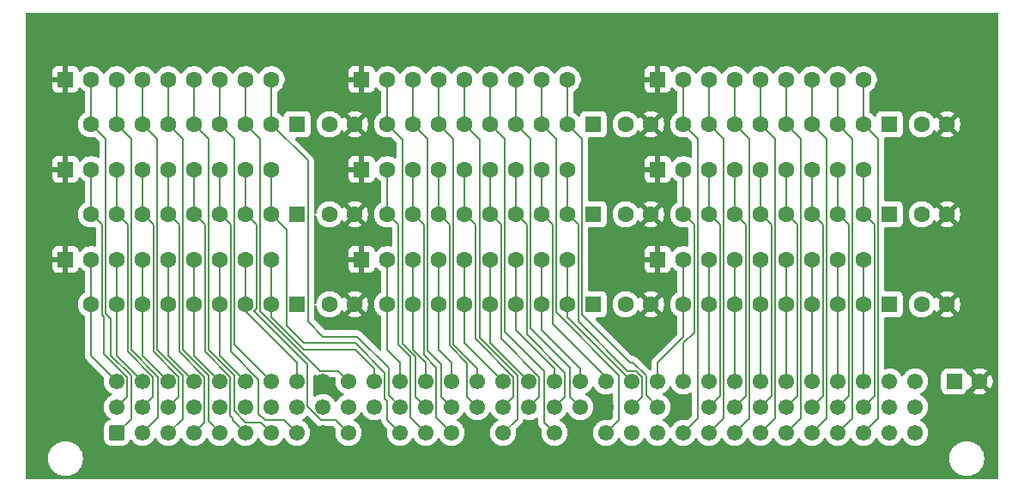
<source format=gtl>
G04 #@! TF.GenerationSoftware,KiCad,Pcbnew,9.0.6*
G04 #@! TF.CreationDate,2025-12-07T17:06:00+09:00*
G04 #@! TF.ProjectId,VME_J1_Terminator_type2,564d455f-4a31-45f5-9465-726d696e6174,0.0*
G04 #@! TF.SameCoordinates,PX63c5fe0PY55bb8f0*
G04 #@! TF.FileFunction,Copper,L1,Top*
G04 #@! TF.FilePolarity,Positive*
%FSLAX46Y46*%
G04 Gerber Fmt 4.6, Leading zero omitted, Abs format (unit mm)*
G04 Created by KiCad (PCBNEW 9.0.6) date 2025-12-07 17:06:00*
%MOMM*%
%LPD*%
G01*
G04 APERTURE LIST*
G04 Aperture macros list*
%AMRoundRect*
0 Rectangle with rounded corners*
0 $1 Rounding radius*
0 $2 $3 $4 $5 $6 $7 $8 $9 X,Y pos of 4 corners*
0 Add a 4 corners polygon primitive as box body*
4,1,4,$2,$3,$4,$5,$6,$7,$8,$9,$2,$3,0*
0 Add four circle primitives for the rounded corners*
1,1,$1+$1,$2,$3*
1,1,$1+$1,$4,$5*
1,1,$1+$1,$6,$7*
1,1,$1+$1,$8,$9*
0 Add four rect primitives between the rounded corners*
20,1,$1+$1,$2,$3,$4,$5,0*
20,1,$1+$1,$4,$5,$6,$7,0*
20,1,$1+$1,$6,$7,$8,$9,0*
20,1,$1+$1,$8,$9,$2,$3,0*%
G04 Aperture macros list end*
G04 #@! TA.AperFunction,ComponentPad*
%ADD10R,1.600000X1.600000*%
G04 #@! TD*
G04 #@! TA.AperFunction,ComponentPad*
%ADD11C,1.600000*%
G04 #@! TD*
G04 #@! TA.AperFunction,ComponentPad*
%ADD12RoundRect,0.250000X-0.550000X-0.550000X0.550000X-0.550000X0.550000X0.550000X-0.550000X0.550000X0*%
G04 #@! TD*
G04 #@! TA.AperFunction,ComponentPad*
%ADD13RoundRect,0.249999X0.525001X0.525001X-0.525001X0.525001X-0.525001X-0.525001X0.525001X-0.525001X0*%
G04 #@! TD*
G04 #@! TA.AperFunction,ComponentPad*
%ADD14C,1.550000*%
G04 #@! TD*
G04 #@! TA.AperFunction,ViaPad*
%ADD15C,0.605000*%
G04 #@! TD*
G04 #@! TA.AperFunction,Conductor*
%ADD16C,0.200000*%
G04 #@! TD*
G04 APERTURE END LIST*
D10*
X56515000Y26670000D03*
D11*
X53975000Y26670000D03*
X51435000Y26670000D03*
X48895000Y26670000D03*
X46355000Y26670000D03*
X43815000Y26670000D03*
X41275000Y26670000D03*
X38735000Y26670000D03*
X36195000Y26670000D03*
X59710000Y17780000D03*
X62210000Y17780000D03*
D10*
X62865000Y22225000D03*
D11*
X65405000Y22225000D03*
X67945000Y22225000D03*
X70485000Y22225000D03*
X73025000Y22225000D03*
X75565000Y22225000D03*
X78105000Y22225000D03*
X80645000Y22225000D03*
X83185000Y22225000D03*
D10*
X62865000Y40005000D03*
D11*
X65405000Y40005000D03*
X67945000Y40005000D03*
X70485000Y40005000D03*
X73025000Y40005000D03*
X75565000Y40005000D03*
X78105000Y40005000D03*
X80645000Y40005000D03*
X83185000Y40005000D03*
D10*
X27305000Y35560000D03*
D11*
X24765000Y35560000D03*
X22225000Y35560000D03*
X19685000Y35560000D03*
X17145000Y35560000D03*
X14605000Y35560000D03*
X12065000Y35560000D03*
X9525000Y35560000D03*
X6985000Y35560000D03*
D10*
X4445000Y22225000D03*
D11*
X6985000Y22225000D03*
X9525000Y22225000D03*
X12065000Y22225000D03*
X14605000Y22225000D03*
X17145000Y22225000D03*
X19685000Y22225000D03*
X22225000Y22225000D03*
X24765000Y22225000D03*
X30500000Y35560000D03*
X33000000Y35560000D03*
X30500000Y17780000D03*
X33000000Y17780000D03*
D10*
X33655000Y40005000D03*
D11*
X36195000Y40005000D03*
X38735000Y40005000D03*
X41275000Y40005000D03*
X43815000Y40005000D03*
X46355000Y40005000D03*
X48895000Y40005000D03*
X51435000Y40005000D03*
X53975000Y40005000D03*
D10*
X33655000Y31115000D03*
D11*
X36195000Y31115000D03*
X38735000Y31115000D03*
X41275000Y31115000D03*
X43815000Y31115000D03*
X46355000Y31115000D03*
X48895000Y31115000D03*
X51435000Y31115000D03*
X53975000Y31115000D03*
X88920000Y35560000D03*
X91420000Y35560000D03*
D10*
X85725000Y35560000D03*
D11*
X83185000Y35560000D03*
X80645000Y35560000D03*
X78105000Y35560000D03*
X75565000Y35560000D03*
X73025000Y35560000D03*
X70485000Y35560000D03*
X67945000Y35560000D03*
X65405000Y35560000D03*
D10*
X4445000Y40005000D03*
D11*
X6985000Y40005000D03*
X9525000Y40005000D03*
X12065000Y40005000D03*
X14605000Y40005000D03*
X17145000Y40005000D03*
X19685000Y40005000D03*
X22225000Y40005000D03*
X24765000Y40005000D03*
D10*
X85725000Y26670000D03*
D11*
X83185000Y26670000D03*
X80645000Y26670000D03*
X78105000Y26670000D03*
X75565000Y26670000D03*
X73025000Y26670000D03*
X70485000Y26670000D03*
X67945000Y26670000D03*
X65405000Y26670000D03*
X88920000Y26670000D03*
X91420000Y26670000D03*
D10*
X56515000Y35560000D03*
D11*
X53975000Y35560000D03*
X51435000Y35560000D03*
X48895000Y35560000D03*
X46355000Y35560000D03*
X43815000Y35560000D03*
X41275000Y35560000D03*
X38735000Y35560000D03*
X36195000Y35560000D03*
D12*
X92115000Y10160000D03*
D11*
X94615000Y10160000D03*
X59710000Y35560000D03*
X62210000Y35560000D03*
D10*
X56515000Y17780000D03*
D11*
X53975000Y17780000D03*
X51435000Y17780000D03*
X48895000Y17780000D03*
X46355000Y17780000D03*
X43815000Y17780000D03*
X41275000Y17780000D03*
X38735000Y17780000D03*
X36195000Y17780000D03*
X59710000Y26670000D03*
X62210000Y26670000D03*
X30500000Y26670000D03*
X33000000Y26670000D03*
D10*
X62865000Y31115000D03*
D11*
X65405000Y31115000D03*
X67945000Y31115000D03*
X70485000Y31115000D03*
X73025000Y31115000D03*
X75565000Y31115000D03*
X78105000Y31115000D03*
X80645000Y31115000D03*
X83185000Y31115000D03*
D10*
X27305000Y26670000D03*
D11*
X24765000Y26670000D03*
X22225000Y26670000D03*
X19685000Y26670000D03*
X17145000Y26670000D03*
X14605000Y26670000D03*
X12065000Y26670000D03*
X9525000Y26670000D03*
X6985000Y26670000D03*
X88920000Y17780000D03*
X91420000Y17780000D03*
D10*
X4445000Y31115000D03*
D11*
X6985000Y31115000D03*
X9525000Y31115000D03*
X12065000Y31115000D03*
X14605000Y31115000D03*
X17145000Y31115000D03*
X19685000Y31115000D03*
X22225000Y31115000D03*
X24765000Y31115000D03*
D13*
X9525000Y5090000D03*
D14*
X12065000Y5090000D03*
X14605000Y5090000D03*
X17145000Y5090000D03*
X19685000Y5090000D03*
X22225000Y5090000D03*
X24765000Y5090000D03*
X27305000Y5090000D03*
X29845000Y5090000D03*
X32385000Y5090000D03*
X34925000Y5090000D03*
X37465000Y5090000D03*
X40005000Y5090000D03*
X42545000Y5090000D03*
X45085000Y5090000D03*
X47625000Y5090000D03*
X50165000Y5090000D03*
X52705000Y5090000D03*
X55245000Y5090000D03*
X57785000Y5090000D03*
X60325000Y5090000D03*
X62865000Y5090000D03*
X65405000Y5090000D03*
X67945000Y5090000D03*
X70485000Y5090000D03*
X73025000Y5090000D03*
X75565000Y5090000D03*
X78105000Y5090000D03*
X80645000Y5090000D03*
X83185000Y5090000D03*
X85725000Y5090000D03*
X88265000Y5090000D03*
X9525000Y7630000D03*
X12065000Y7630000D03*
X14605000Y7630000D03*
X17145000Y7630000D03*
X19685000Y7630000D03*
X22225000Y7630000D03*
X24765000Y7630000D03*
X27305000Y7630000D03*
X29845000Y7630000D03*
X32385000Y7630000D03*
X34925000Y7630000D03*
X37465000Y7630000D03*
X40005000Y7630000D03*
X42545000Y7630000D03*
X45085000Y7630000D03*
X47625000Y7630000D03*
X50165000Y7630000D03*
X52705000Y7630000D03*
X55245000Y7630000D03*
X57785000Y7630000D03*
X60325000Y7630000D03*
X62865000Y7630000D03*
X65405000Y7630000D03*
X67945000Y7630000D03*
X70485000Y7630000D03*
X73025000Y7630000D03*
X75565000Y7630000D03*
X78105000Y7630000D03*
X80645000Y7630000D03*
X83185000Y7630000D03*
X85725000Y7630000D03*
X88265000Y7630000D03*
X9525000Y10170000D03*
X12065000Y10170000D03*
X14605000Y10170000D03*
X17145000Y10170000D03*
X19685000Y10170000D03*
X22225000Y10170000D03*
X24765000Y10170000D03*
X27305000Y10170000D03*
X29845000Y10170000D03*
X32385000Y10170000D03*
X34925000Y10170000D03*
X37465000Y10170000D03*
X40005000Y10170000D03*
X42545000Y10170000D03*
X45085000Y10170000D03*
X47625000Y10170000D03*
X50165000Y10170000D03*
X52705000Y10170000D03*
X55245000Y10170000D03*
X57785000Y10170000D03*
X60325000Y10170000D03*
X62865000Y10170000D03*
X65405000Y10170000D03*
X67945000Y10170000D03*
X70485000Y10170000D03*
X73025000Y10170000D03*
X75565000Y10170000D03*
X78105000Y10170000D03*
X80645000Y10170000D03*
X83185000Y10170000D03*
X85725000Y10170000D03*
X88265000Y10170000D03*
D10*
X85725000Y17780000D03*
D11*
X83185000Y17780000D03*
X80645000Y17780000D03*
X78105000Y17780000D03*
X75565000Y17780000D03*
X73025000Y17780000D03*
X70485000Y17780000D03*
X67945000Y17780000D03*
X65405000Y17780000D03*
D10*
X33655000Y22225000D03*
D11*
X36195000Y22225000D03*
X38735000Y22225000D03*
X41275000Y22225000D03*
X43815000Y22225000D03*
X46355000Y22225000D03*
X48895000Y22225000D03*
X51435000Y22225000D03*
X53975000Y22225000D03*
D10*
X27305000Y17780000D03*
D11*
X24765000Y17780000D03*
X22225000Y17780000D03*
X19685000Y17780000D03*
X17145000Y17780000D03*
X14605000Y17780000D03*
X12065000Y17780000D03*
X9525000Y17780000D03*
X6985000Y17780000D03*
D15*
X88265000Y43180000D03*
X94615000Y43180000D03*
X94615000Y35560000D03*
X94615000Y26670000D03*
X94615000Y17780000D03*
X2540000Y10795000D03*
X2540000Y17780000D03*
X2540000Y26670000D03*
X2540000Y35560000D03*
X2540000Y43180000D03*
X9525000Y43180000D03*
X20320000Y43180000D03*
X29845000Y43180000D03*
X40640000Y43180000D03*
X52070000Y43180000D03*
X60325000Y43180000D03*
X69215000Y43180000D03*
X80645000Y43180000D03*
D16*
X41516600Y8658400D02*
X42545000Y7630000D01*
X38735000Y35560000D02*
X40141800Y34153200D01*
X40141800Y13198200D02*
X41516600Y11823400D01*
X41516600Y11823400D02*
X41516600Y8658400D01*
X38735000Y35560000D02*
X38735000Y40005000D01*
X40141800Y34153200D02*
X40141800Y13198200D01*
X9525000Y12710000D02*
X12065000Y10170000D01*
X9525000Y17780000D02*
X9525000Y12710000D01*
X9525000Y22225000D02*
X9525000Y17780000D01*
X19685000Y40005000D02*
X19685000Y35560000D01*
X21091800Y13843200D02*
X24765000Y10170000D01*
X21091800Y34153200D02*
X21091800Y13843200D01*
X19685000Y35560000D02*
X21091800Y34153200D01*
X6985000Y12710000D02*
X9525000Y10170000D01*
X6985000Y17780000D02*
X6985000Y22225000D01*
X6985000Y17780000D02*
X6985000Y12710000D01*
X10906800Y6471800D02*
X9525000Y5090000D01*
X8919581Y16345203D02*
X8919581Y12729581D01*
X8391800Y16872984D02*
X8919581Y16345203D01*
X6985000Y40005000D02*
X6985000Y35560000D01*
X6985000Y35560000D02*
X8391800Y34153200D01*
X8391800Y34153200D02*
X8391800Y16872984D01*
X8919581Y12729581D02*
X10906800Y10742361D01*
X10906800Y10742361D02*
X10906800Y6471800D01*
X24130000Y6350000D02*
X26045000Y6350000D01*
X20738400Y13110978D02*
X23495000Y10354378D01*
X23495000Y6985000D02*
X24130000Y6350000D01*
X20738400Y25616600D02*
X20738400Y13110978D01*
X23495000Y10354378D02*
X23495000Y6985000D01*
X26045000Y6350000D02*
X27305000Y5090000D01*
X19685000Y26670000D02*
X20738400Y25616600D01*
X19685000Y31115000D02*
X19685000Y26670000D01*
X44868400Y14380978D02*
X44868400Y25616600D01*
X47625000Y7630000D02*
X48653400Y8658400D01*
X48653400Y8658400D02*
X48653400Y10595978D01*
X44868400Y25616600D02*
X43815000Y26670000D01*
X48653400Y10595978D02*
X44868400Y14380978D01*
X43815000Y26670000D02*
X43815000Y31115000D01*
X19685000Y22225000D02*
X19685000Y17780000D01*
X19685000Y17780000D02*
X19685000Y12710000D01*
X19685000Y12710000D02*
X22225000Y10170000D01*
X27305000Y12065000D02*
X27305000Y10170000D01*
X22225000Y17145000D02*
X27305000Y12065000D01*
X22225000Y17780000D02*
X22225000Y17145000D01*
X22225000Y22225000D02*
X22225000Y17780000D01*
X12065000Y17780000D02*
X12065000Y12710000D01*
X12065000Y12710000D02*
X14605000Y10170000D01*
X12065000Y22225000D02*
X12065000Y17780000D01*
X17145000Y22225000D02*
X17145000Y17780000D01*
X17145000Y17780000D02*
X17145000Y12710000D01*
X17145000Y12710000D02*
X19685000Y10170000D01*
X12065000Y35560000D02*
X13471800Y34153200D01*
X15986800Y10742361D02*
X15986800Y6471800D01*
X12065000Y40005000D02*
X12065000Y35560000D01*
X13471800Y34153200D02*
X13471800Y13257362D01*
X13471800Y13257362D02*
X15986800Y10742361D01*
X15986800Y6471800D02*
X14605000Y5090000D01*
X10553400Y8658400D02*
X9525000Y7630000D01*
X10553400Y10595978D02*
X10553400Y8658400D01*
X8038400Y25616600D02*
X8038400Y16726600D01*
X8255000Y16510000D02*
X8255000Y12894378D01*
X8038400Y16726600D02*
X8255000Y16510000D01*
X6985000Y31115000D02*
X6985000Y26670000D01*
X6985000Y26670000D02*
X8038400Y25616600D01*
X8255000Y12894378D02*
X10553400Y10595978D01*
X10931800Y13257362D02*
X13576600Y10612562D01*
X10931800Y34153200D02*
X10931800Y13257362D01*
X9525000Y35560000D02*
X10931800Y34153200D01*
X13576600Y6601600D02*
X12065000Y5090000D01*
X13576600Y10612562D02*
X13576600Y6601600D01*
X9525000Y40005000D02*
X9525000Y35560000D01*
X12065000Y26670000D02*
X12065000Y31115000D01*
X13118400Y13110979D02*
X15633400Y10595978D01*
X15633400Y10595978D02*
X15633400Y8658400D01*
X15633400Y8658400D02*
X14605000Y7630000D01*
X13118400Y25616600D02*
X13118400Y13110979D01*
X12065000Y26670000D02*
X13118400Y25616600D01*
X14605000Y35560000D02*
X16011800Y34153200D01*
X16011800Y13257362D02*
X18526800Y10742361D01*
X18526800Y10742361D02*
X18526800Y6248200D01*
X16011800Y34153200D02*
X16011800Y13257362D01*
X18526800Y6248200D02*
X19685000Y5090000D01*
X14605000Y40005000D02*
X14605000Y35560000D01*
X14605000Y22225000D02*
X14605000Y17780000D01*
X14605000Y17780000D02*
X14605000Y12710000D01*
X14605000Y12710000D02*
X17145000Y10170000D01*
X24765000Y35560000D02*
X28358400Y31966600D01*
X29845000Y14605000D02*
X33202283Y14605000D01*
X28358400Y31966600D02*
X28358400Y16091600D01*
X28358400Y16091600D02*
X29845000Y14605000D01*
X36306800Y11500483D02*
X36306800Y8788200D01*
X33202283Y14605000D02*
X36306800Y11500483D01*
X24765000Y40005000D02*
X24765000Y35560000D01*
X36306800Y8788200D02*
X37465000Y7630000D01*
X20965000Y6350000D02*
X22225000Y5090000D01*
X17145000Y26670000D02*
X18198400Y25616600D01*
X18198400Y25616600D02*
X18198400Y13110978D01*
X17145000Y26670000D02*
X17145000Y31115000D01*
X20965000Y6491800D02*
X20965000Y6350000D01*
X20713400Y10595978D02*
X20713400Y6743400D01*
X20713400Y6743400D02*
X20965000Y6491800D01*
X18198400Y13110978D02*
X20713400Y10595978D01*
X41275000Y26670000D02*
X42328400Y25616600D01*
X42328400Y25616600D02*
X42328400Y13686816D01*
X42328400Y13686816D02*
X44056600Y11958616D01*
X44056600Y11958616D02*
X44056600Y8658400D01*
X44056600Y8658400D02*
X45085000Y7630000D01*
X41275000Y31115000D02*
X41275000Y26670000D01*
X14605000Y31115000D02*
X14605000Y26670000D01*
X14605000Y26670000D02*
X15658400Y25616600D01*
X15658400Y13110978D02*
X18173400Y10595978D01*
X18173400Y10595978D02*
X18173400Y6118400D01*
X15658400Y25616600D02*
X15658400Y13110978D01*
X18173400Y6118400D02*
X17145000Y5090000D01*
X13093400Y10595978D02*
X13093400Y8658400D01*
X13093400Y8658400D02*
X12065000Y7630000D01*
X9525000Y31115000D02*
X9525000Y26670000D01*
X10578400Y13110978D02*
X13093400Y10595978D01*
X9525000Y26670000D02*
X10578400Y25616600D01*
X10578400Y25616600D02*
X10578400Y13110978D01*
X36195000Y40005000D02*
X36195000Y35560000D01*
X38976600Y8658400D02*
X40005000Y7630000D01*
X38976600Y12593616D02*
X38976600Y8658400D01*
X37681600Y13888616D02*
X38976600Y12593616D01*
X36195000Y35560000D02*
X37681600Y34073400D01*
X37681600Y34073400D02*
X37681600Y13888616D01*
X17145000Y40005000D02*
X17145000Y35560000D01*
X18551800Y13257362D02*
X21066800Y10742361D01*
X18551800Y34153200D02*
X18551800Y13257362D01*
X21066800Y10742361D02*
X21066800Y7276600D01*
X21066800Y7276600D02*
X22225000Y6118400D01*
X17145000Y35560000D02*
X18551800Y34153200D01*
X23736600Y6118400D02*
X24765000Y5090000D01*
X22225000Y6118400D02*
X23736600Y6118400D01*
X23079733Y17145000D02*
X28333400Y11891333D01*
X31125000Y6350000D02*
X32385000Y5090000D01*
X23278400Y17343667D02*
X23079733Y17145000D01*
X22225000Y26670000D02*
X23278400Y25616600D01*
X28333400Y7687222D02*
X29670622Y6350000D01*
X29670622Y6350000D02*
X31125000Y6350000D01*
X22225000Y26670000D02*
X22225000Y31115000D01*
X23278400Y25616600D02*
X23278400Y17343667D01*
X28333400Y11891333D02*
X28333400Y7687222D01*
X41033400Y6601600D02*
X42545000Y5090000D01*
X38735000Y26670000D02*
X38735000Y31115000D01*
X41033400Y11536384D02*
X41033400Y6601600D01*
X39788400Y12781384D02*
X41033400Y11536384D01*
X38735000Y26670000D02*
X39788400Y25616600D01*
X39788400Y25616600D02*
X39788400Y12781384D01*
X26251600Y15658400D02*
X27940000Y13970000D01*
X36195000Y6360000D02*
X37465000Y5090000D01*
X24765000Y26670000D02*
X26251600Y25183400D01*
X36195000Y8255000D02*
X36195000Y6360000D01*
X35953400Y11036600D02*
X35953400Y8496600D01*
X24765000Y31115000D02*
X24765000Y26670000D01*
X33020000Y13970000D02*
X35953400Y11036600D01*
X35953400Y8496600D02*
X36195000Y8255000D01*
X26251600Y25183400D02*
X26251600Y15658400D01*
X27940000Y13970000D02*
X33020000Y13970000D01*
X38493400Y12577032D02*
X38493400Y6601600D01*
X38493400Y6601600D02*
X40005000Y5090000D01*
X36195000Y31115000D02*
X36195000Y26670000D01*
X37248400Y25616600D02*
X37248400Y13822032D01*
X37248400Y13822032D02*
X38493400Y12577032D01*
X36195000Y26670000D02*
X37248400Y25616600D01*
X23631800Y17143416D02*
X29576816Y11198400D01*
X29576816Y11198400D02*
X31356600Y11198400D01*
X31356600Y11198400D02*
X32385000Y10170000D01*
X23631800Y34153200D02*
X23631800Y17143416D01*
X22225000Y40005000D02*
X22225000Y35560000D01*
X22225000Y35560000D02*
X23631800Y34153200D01*
X37465000Y12065000D02*
X37465000Y10170000D01*
X36195000Y22225000D02*
X36195000Y17780000D01*
X36195000Y13334999D02*
X36195001Y13335000D01*
X36195001Y13335000D02*
X37465000Y12065000D01*
X36195000Y17780000D02*
X36195000Y13334999D01*
X33020000Y13335000D02*
X34925000Y11430000D01*
X34925000Y11430000D02*
X34925000Y10170000D01*
X24765000Y16510000D02*
X27940000Y13335000D01*
X27940000Y13335000D02*
X33020000Y13335000D01*
X24765000Y22225000D02*
X24765000Y17780000D01*
X24765000Y17780000D02*
X24765000Y16510000D01*
X67945000Y22225000D02*
X67945000Y17780000D01*
X67945000Y17780000D02*
X67945000Y10170000D01*
X43815000Y17780000D02*
X43815000Y13980000D01*
X43815000Y17780000D02*
X43815000Y22225000D01*
X43815000Y13980000D02*
X47625000Y10170000D01*
X73025000Y17780000D02*
X73025000Y10170000D01*
X73025000Y22225000D02*
X73025000Y17780000D01*
X38735000Y17780000D02*
X38735000Y13335000D01*
X38735000Y13335000D02*
X40005000Y12065000D01*
X40005000Y12065000D02*
X40005000Y10170000D01*
X38735000Y17780000D02*
X38735000Y22225000D01*
X80645000Y17780000D02*
X80645000Y10170000D01*
X80645000Y17780000D02*
X80645000Y22225000D01*
X52488400Y25616600D02*
X52488400Y15875000D01*
X51435000Y26670000D02*
X52488400Y25616600D01*
X51435000Y31115000D02*
X51435000Y26670000D01*
X52488400Y15875000D02*
X57785000Y10578400D01*
X57785000Y10578400D02*
X57785000Y10170000D01*
X46355000Y22225000D02*
X46355000Y17780000D01*
X46355000Y17780000D02*
X46355000Y13980000D01*
X46355000Y13980000D02*
X50165000Y10170000D01*
X48895000Y17780000D02*
X48895000Y22225000D01*
X48895000Y17780000D02*
X48895000Y15240000D01*
X48895000Y15240000D02*
X52705000Y11430000D01*
X52705000Y11430000D02*
X52705000Y10170000D01*
X45085000Y11430000D02*
X45085000Y10170000D01*
X41275000Y40005000D02*
X41275000Y35560000D01*
X42681800Y13833200D02*
X45085000Y11430000D01*
X41275000Y35560000D02*
X42681800Y34153200D01*
X42681800Y34153200D02*
X42681800Y13833200D01*
X70485000Y17780000D02*
X70485000Y10170000D01*
X70485000Y17780000D02*
X70485000Y22225000D01*
X42545000Y12065000D02*
X42545000Y10170000D01*
X41275000Y22225000D02*
X41275000Y17780000D01*
X41275000Y17780000D02*
X41275000Y13335000D01*
X41275000Y13335000D02*
X42545000Y12065000D01*
X53975000Y17780000D02*
X53975000Y16520000D01*
X53975000Y22225000D02*
X53975000Y17780000D01*
X53975000Y16520000D02*
X60325000Y10170000D01*
X83185000Y17780000D02*
X83185000Y10170000D01*
X83185000Y22225000D02*
X83185000Y17780000D01*
X65405000Y17780000D02*
X65405000Y14605000D01*
X62865000Y12065000D02*
X62865000Y10170000D01*
X65405000Y17780000D02*
X65405000Y22225000D01*
X65405000Y14605000D02*
X62865000Y12065000D01*
X55245000Y11430000D02*
X55245000Y10170000D01*
X51435000Y17780000D02*
X51435000Y15240000D01*
X51435000Y22225000D02*
X51435000Y17780000D01*
X51435000Y15240000D02*
X55245000Y11430000D01*
X78105000Y22225000D02*
X78105000Y17780000D01*
X78105000Y17780000D02*
X78105000Y10170000D01*
X65405000Y26670000D02*
X66458400Y25616600D01*
X66458400Y25616600D02*
X66458400Y15023400D01*
X66458400Y15023400D02*
X65405000Y13970000D01*
X65405000Y13970000D02*
X65405000Y10170000D01*
X65405000Y26670000D02*
X65405000Y31115000D01*
X75565000Y17780000D02*
X75565000Y22225000D01*
X75565000Y17780000D02*
X75565000Y10170000D01*
X66811800Y6496800D02*
X65405000Y5090000D01*
X65405000Y35560000D02*
X66811800Y34153200D01*
X65405000Y40005000D02*
X65405000Y35560000D01*
X66811800Y34153200D02*
X66811800Y6496800D01*
X67945000Y35560000D02*
X69351800Y34153200D01*
X69351800Y6496800D02*
X67945000Y5090000D01*
X69351800Y34153200D02*
X69351800Y6496800D01*
X67945000Y40005000D02*
X67945000Y35560000D01*
X48895000Y26670000D02*
X48895000Y31115000D01*
X49948400Y25616600D02*
X48895000Y26670000D01*
X53733400Y11036600D02*
X49948400Y14821600D01*
X49948400Y14821600D02*
X49948400Y25616600D01*
X52705000Y7630000D02*
X53733400Y8658400D01*
X53733400Y8658400D02*
X53733400Y11036600D01*
X83185000Y26670000D02*
X84238400Y25616600D01*
X84238400Y25616600D02*
X84238400Y8683400D01*
X84238400Y8683400D02*
X83185000Y7630000D01*
X83185000Y31115000D02*
X83185000Y26670000D01*
X74078400Y8683400D02*
X73025000Y7630000D01*
X74078400Y25616600D02*
X74078400Y8683400D01*
X73025000Y31115000D02*
X73025000Y26670000D01*
X73025000Y26670000D02*
X74078400Y25616600D01*
X49006800Y10742361D02*
X49006800Y6471800D01*
X43815000Y35560000D02*
X45301600Y34073400D01*
X49006800Y6471800D02*
X47625000Y5090000D01*
X43815000Y35560000D02*
X43815000Y40005000D01*
X45301600Y14447561D02*
X49006800Y10742361D01*
X45301600Y34073400D02*
X45301600Y14447561D01*
X73025000Y35560000D02*
X74431800Y34153200D01*
X74431800Y34153200D02*
X74431800Y6496800D01*
X73025000Y40005000D02*
X73025000Y35560000D01*
X74431800Y6496800D02*
X73025000Y5090000D01*
X46355000Y40005000D02*
X46355000Y35560000D01*
X47761800Y15103200D02*
X51676600Y11188400D01*
X51676600Y11188400D02*
X51676600Y6118400D01*
X51676600Y6118400D02*
X52705000Y5090000D01*
X47761800Y34153200D02*
X47761800Y15103200D01*
X46355000Y35560000D02*
X47761800Y34153200D01*
X76971800Y6496800D02*
X75565000Y5090000D01*
X75565000Y35560000D02*
X76971800Y34153200D01*
X76971800Y34153200D02*
X76971800Y6496800D01*
X75565000Y35560000D02*
X75565000Y40005000D01*
X79511800Y6496800D02*
X78105000Y5090000D01*
X78105000Y35560000D02*
X79511800Y34153200D01*
X79511800Y34153200D02*
X79511800Y6496800D01*
X78105000Y40005000D02*
X78105000Y35560000D01*
X48895000Y40005000D02*
X48895000Y35560000D01*
X50323750Y15398750D02*
X54216600Y11505900D01*
X50301800Y15376800D02*
X50323750Y15398750D01*
X54216600Y11505900D02*
X54216600Y8658400D01*
X48895000Y35560000D02*
X50301800Y34153200D01*
X54216600Y8658400D02*
X55245000Y7630000D01*
X50301800Y34153200D02*
X50301800Y15376800D01*
X67945000Y26670000D02*
X68998400Y25616600D01*
X67945000Y31115000D02*
X67945000Y26670000D01*
X68998400Y8683400D02*
X67945000Y7630000D01*
X68998400Y25616600D02*
X68998400Y8683400D01*
X71891800Y34153200D02*
X71891800Y6496800D01*
X70485000Y35560000D02*
X70485000Y40005000D01*
X71891800Y6496800D02*
X70485000Y5090000D01*
X70485000Y35560000D02*
X71891800Y34153200D01*
X80645000Y26670000D02*
X81698400Y25616600D01*
X80645000Y26670000D02*
X80645000Y31115000D01*
X81698400Y8683400D02*
X80645000Y7630000D01*
X81698400Y25616600D02*
X81698400Y8683400D01*
X61706800Y8788200D02*
X62865000Y7630000D01*
X55381800Y34153200D02*
X55381800Y16806400D01*
X55381800Y16806400D02*
X60123200Y12065000D01*
X53975000Y35560000D02*
X55381800Y34153200D01*
X53975000Y35560000D02*
X53975000Y40005000D01*
X60123200Y12065000D02*
X60384161Y12065000D01*
X61706800Y10742361D02*
X61706800Y8788200D01*
X60384161Y12065000D02*
X61706800Y10742361D01*
X60750978Y11198400D02*
X61353400Y10595978D01*
X59921600Y11198400D02*
X60750978Y11198400D01*
X55028400Y16091600D02*
X59921600Y11198400D01*
X61353400Y8658400D02*
X60325000Y7630000D01*
X61353400Y10595978D02*
X61353400Y8658400D01*
X53975000Y26670000D02*
X55028400Y25616600D01*
X55028400Y25616600D02*
X55028400Y16091600D01*
X53975000Y26670000D02*
X53975000Y31115000D01*
X75565000Y26670000D02*
X76618400Y25616600D01*
X76618400Y25616600D02*
X76618400Y8683400D01*
X75565000Y26670000D02*
X75565000Y31115000D01*
X76618400Y8683400D02*
X75565000Y7630000D01*
X82051800Y6496800D02*
X80645000Y5090000D01*
X80645000Y35560000D02*
X80645000Y40005000D01*
X82051800Y34153200D02*
X82051800Y6496800D01*
X80645000Y35560000D02*
X82051800Y34153200D01*
X70485000Y26670000D02*
X70485000Y31115000D01*
X70485000Y26670000D02*
X71538400Y25616600D01*
X71538400Y25616600D02*
X71538400Y8683400D01*
X71538400Y8683400D02*
X70485000Y7630000D01*
X84591800Y34153200D02*
X84591800Y6496800D01*
X83185000Y35560000D02*
X84591800Y34153200D01*
X83185000Y40005000D02*
X83185000Y35560000D01*
X84591800Y6496800D02*
X83185000Y5090000D01*
X52841800Y34153200D02*
X52841800Y17008200D01*
X51435000Y35560000D02*
X52841800Y34153200D01*
X59055000Y10795000D02*
X59055000Y6360000D01*
X51435000Y40005000D02*
X51435000Y35560000D01*
X52841800Y17008200D02*
X59055000Y10795000D01*
X59055000Y6360000D02*
X57785000Y5090000D01*
X51193400Y10595978D02*
X51193400Y8658400D01*
X51193400Y8658400D02*
X50165000Y7630000D01*
X47408400Y14380978D02*
X51193400Y10595978D01*
X46355000Y26670000D02*
X47408400Y25616600D01*
X46355000Y31115000D02*
X46355000Y26670000D01*
X47408400Y25616600D02*
X47408400Y14380978D01*
X79158400Y25616600D02*
X79158400Y8683400D01*
X78105000Y31115000D02*
X78105000Y26670000D01*
X78105000Y26670000D02*
X79158400Y25616600D01*
X79158400Y8683400D02*
X78105000Y7630000D01*
G04 #@! TA.AperFunction,Conductor*
G36*
X64152228Y9699677D02*
G01*
X64164807Y9700216D01*
X64184671Y9688621D01*
X64206445Y9681201D01*
X64215719Y9670499D01*
X64225149Y9664994D01*
X64245484Y9636148D01*
X64314095Y9501492D01*
X64432103Y9339068D01*
X64574068Y9197103D01*
X64736492Y9079095D01*
X64797243Y9048141D01*
X64915373Y8987950D01*
X64915375Y8987950D01*
X64915378Y8987948D01*
X65106320Y8925907D01*
X65304616Y8894500D01*
X65304617Y8894500D01*
X65505383Y8894500D01*
X65505384Y8894500D01*
X65703680Y8925907D01*
X65894622Y8987948D01*
X66031006Y9057440D01*
X66099674Y9070335D01*
X66164415Y9044059D01*
X66204672Y8986953D01*
X66211300Y8946954D01*
X66211300Y6796898D01*
X66191615Y6729859D01*
X66174981Y6709217D01*
X65830002Y6364239D01*
X65768679Y6330754D01*
X65708615Y6333756D01*
X65708423Y6332955D01*
X65704162Y6333978D01*
X65704016Y6333985D01*
X65703688Y6334092D01*
X65703683Y6334093D01*
X65554958Y6357649D01*
X65505384Y6365500D01*
X65304616Y6365500D01*
X65236358Y6354689D01*
X65106319Y6334093D01*
X64915373Y6272051D01*
X64736491Y6180905D01*
X64663970Y6128215D01*
X64574068Y6062897D01*
X64574066Y6062895D01*
X64574065Y6062895D01*
X64432105Y5920935D01*
X64432105Y5920934D01*
X64432103Y5920932D01*
X64394721Y5869480D01*
X64314095Y5758509D01*
X64245485Y5623854D01*
X64197510Y5573058D01*
X64129689Y5556263D01*
X64063554Y5578801D01*
X64024515Y5623854D01*
X63970525Y5729815D01*
X63955905Y5758508D01*
X63837897Y5920932D01*
X63695932Y6062897D01*
X63533508Y6180905D01*
X63398852Y6249516D01*
X63348057Y6297490D01*
X63331262Y6365311D01*
X63353799Y6431445D01*
X63398853Y6470485D01*
X63401797Y6471985D01*
X63533508Y6539095D01*
X63695932Y6657103D01*
X63837897Y6799068D01*
X63955905Y6961492D01*
X64047052Y7140378D01*
X64109093Y7331320D01*
X64140500Y7529616D01*
X64140500Y7730384D01*
X64109093Y7928680D01*
X64047052Y8119622D01*
X64047050Y8119625D01*
X64047050Y8119627D01*
X63955904Y8298509D01*
X63837897Y8460932D01*
X63695932Y8602897D01*
X63533508Y8720905D01*
X63398852Y8789516D01*
X63348057Y8837490D01*
X63331262Y8905311D01*
X63353799Y8971445D01*
X63398853Y9010485D01*
X63533508Y9079095D01*
X63695932Y9197103D01*
X63837897Y9339068D01*
X63955905Y9501492D01*
X64024515Y9636148D01*
X64033159Y9645301D01*
X64037895Y9656967D01*
X64056696Y9670222D01*
X64072490Y9686943D01*
X64084710Y9689970D01*
X64095002Y9697224D01*
X64117984Y9698210D01*
X64140311Y9703738D01*
X64152228Y9699677D01*
G37*
G04 #@! TD.AperFunction*
G04 #@! TA.AperFunction,Conductor*
G36*
X29062214Y10813540D02*
G01*
X29075547Y10815456D01*
X29095690Y10806257D01*
X29117327Y10801550D01*
X29135052Y10788282D01*
X29139103Y10786431D01*
X29145581Y10780399D01*
X29208100Y10717880D01*
X29208102Y10717879D01*
X29208106Y10717876D01*
X29294695Y10667884D01*
X29294696Y10667884D01*
X29345031Y10638823D01*
X29497758Y10597900D01*
X29497759Y10597900D01*
X31016188Y10597900D01*
X31083227Y10578215D01*
X31128982Y10525411D01*
X31138926Y10456253D01*
X31138661Y10454502D01*
X31109500Y10270384D01*
X31109500Y10069617D01*
X31140907Y9871320D01*
X31202949Y9680374D01*
X31264288Y9559991D01*
X31294095Y9501492D01*
X31412103Y9339068D01*
X31554068Y9197103D01*
X31716492Y9079095D01*
X31777243Y9048141D01*
X31851146Y9010485D01*
X31901942Y8962510D01*
X31918737Y8894689D01*
X31896199Y8828554D01*
X31851146Y8789515D01*
X31716491Y8720905D01*
X31638469Y8664218D01*
X31554068Y8602897D01*
X31554066Y8602895D01*
X31554065Y8602895D01*
X31412105Y8460935D01*
X31412105Y8460934D01*
X31412103Y8460932D01*
X31361423Y8391178D01*
X31294095Y8298509D01*
X31225485Y8163854D01*
X31177510Y8113058D01*
X31109689Y8096263D01*
X31043554Y8118801D01*
X31004515Y8163854D01*
X30935904Y8298509D01*
X30817897Y8460932D01*
X30675932Y8602897D01*
X30513508Y8720905D01*
X30481015Y8737461D01*
X30334626Y8812051D01*
X30143680Y8874093D01*
X30123741Y8877251D01*
X29945384Y8905500D01*
X29744616Y8905500D01*
X29645468Y8889797D01*
X29546319Y8874093D01*
X29355373Y8812051D01*
X29176487Y8720903D01*
X29130785Y8687698D01*
X29064978Y8664218D01*
X28996925Y8680044D01*
X28948230Y8730150D01*
X28933900Y8788016D01*
X28933900Y10692718D01*
X28940138Y10713964D01*
X28941718Y10736052D01*
X28949790Y10746836D01*
X28953585Y10759757D01*
X28970318Y10774257D01*
X28983590Y10791985D01*
X28996210Y10796693D01*
X29006389Y10805512D01*
X29028306Y10808664D01*
X29049054Y10816402D01*
X29062214Y10813540D01*
G37*
G04 #@! TD.AperFunction*
G04 #@! TA.AperFunction,Conductor*
G36*
X96443039Y46574515D02*
G01*
X96488794Y46521711D01*
X96500000Y46470200D01*
X96500000Y624000D01*
X96480315Y556961D01*
X96427511Y511206D01*
X96376000Y500000D01*
X624000Y500000D01*
X556961Y519685D01*
X511206Y572489D01*
X500000Y624000D01*
X500000Y2663089D01*
X2719500Y2663089D01*
X2719500Y2436912D01*
X2719501Y2436896D01*
X2749023Y2212653D01*
X2807567Y1994166D01*
X2894120Y1785206D01*
X2894127Y1785191D01*
X3007220Y1589308D01*
X3144915Y1409860D01*
X3144921Y1409853D01*
X3304852Y1249922D01*
X3304859Y1249916D01*
X3484307Y1112221D01*
X3680190Y999128D01*
X3680205Y999121D01*
X3770259Y961820D01*
X3889166Y912567D01*
X4107649Y854024D01*
X4331905Y824500D01*
X4331912Y824500D01*
X4558088Y824500D01*
X4558095Y824500D01*
X4782351Y854024D01*
X5000834Y912567D01*
X5209806Y999126D01*
X5405693Y1112221D01*
X5585142Y1249917D01*
X5745083Y1409858D01*
X5882779Y1589307D01*
X5995874Y1785194D01*
X6082433Y1994166D01*
X6140976Y2212649D01*
X6170500Y2436905D01*
X6170500Y2663089D01*
X91619500Y2663089D01*
X91619500Y2436912D01*
X91619501Y2436896D01*
X91649023Y2212653D01*
X91707567Y1994166D01*
X91794120Y1785206D01*
X91794127Y1785191D01*
X91907220Y1589308D01*
X92044915Y1409860D01*
X92044921Y1409853D01*
X92204852Y1249922D01*
X92204859Y1249916D01*
X92384307Y1112221D01*
X92580190Y999128D01*
X92580205Y999121D01*
X92670259Y961820D01*
X92789166Y912567D01*
X93007649Y854024D01*
X93231905Y824500D01*
X93231912Y824500D01*
X93458088Y824500D01*
X93458095Y824500D01*
X93682351Y854024D01*
X93900834Y912567D01*
X94109806Y999126D01*
X94305693Y1112221D01*
X94485142Y1249917D01*
X94645083Y1409858D01*
X94782779Y1589307D01*
X94895874Y1785194D01*
X94982433Y1994166D01*
X95040976Y2212649D01*
X95070500Y2436905D01*
X95070500Y2663095D01*
X95040976Y2887351D01*
X94982433Y3105834D01*
X94895874Y3314806D01*
X94782779Y3510693D01*
X94645083Y3690142D01*
X94645078Y3690148D01*
X94485147Y3850079D01*
X94485140Y3850085D01*
X94305692Y3987780D01*
X94109809Y4100873D01*
X94109794Y4100880D01*
X93900834Y4187433D01*
X93683519Y4245663D01*
X93682351Y4245976D01*
X93682350Y4245977D01*
X93682347Y4245977D01*
X93458104Y4275499D01*
X93458101Y4275500D01*
X93458095Y4275500D01*
X93231905Y4275500D01*
X93231899Y4275500D01*
X93231895Y4275499D01*
X93007652Y4245977D01*
X92789165Y4187433D01*
X92580205Y4100880D01*
X92580190Y4100873D01*
X92384307Y3987780D01*
X92204859Y3850085D01*
X92204852Y3850079D01*
X92044921Y3690148D01*
X92044915Y3690141D01*
X91907220Y3510693D01*
X91794127Y3314810D01*
X91794120Y3314795D01*
X91707567Y3105835D01*
X91649023Y2887348D01*
X91619501Y2663105D01*
X91619500Y2663089D01*
X6170500Y2663089D01*
X6170500Y2663095D01*
X6140976Y2887351D01*
X6082433Y3105834D01*
X5995874Y3314806D01*
X5882779Y3510693D01*
X5745083Y3690142D01*
X5745078Y3690148D01*
X5585147Y3850079D01*
X5585140Y3850085D01*
X5405692Y3987780D01*
X5209809Y4100873D01*
X5209794Y4100880D01*
X5000834Y4187433D01*
X4783519Y4245663D01*
X4782351Y4245976D01*
X4782350Y4245977D01*
X4782347Y4245977D01*
X4558104Y4275499D01*
X4558101Y4275500D01*
X4558095Y4275500D01*
X4331905Y4275500D01*
X4331899Y4275500D01*
X4331895Y4275499D01*
X4107652Y4245977D01*
X3889165Y4187433D01*
X3680205Y4100880D01*
X3680190Y4100873D01*
X3484307Y3987780D01*
X3304859Y3850085D01*
X3304852Y3850079D01*
X3144921Y3690148D01*
X3144915Y3690141D01*
X3007220Y3510693D01*
X2894127Y3314810D01*
X2894120Y3314795D01*
X2807567Y3105835D01*
X2749023Y2887348D01*
X2719501Y2663105D01*
X2719500Y2663089D01*
X500000Y2663089D01*
X500000Y40852845D01*
X3145000Y40852845D01*
X3145000Y40255000D01*
X4129314Y40255000D01*
X4124920Y40250606D01*
X4072259Y40159394D01*
X4045000Y40057661D01*
X4045000Y39952339D01*
X4072259Y39850606D01*
X4124920Y39759394D01*
X4129314Y39755000D01*
X3145000Y39755000D01*
X3145000Y39157156D01*
X3151401Y39097628D01*
X3151403Y39097621D01*
X3201645Y38962914D01*
X3201649Y38962907D01*
X3287809Y38847813D01*
X3287812Y38847810D01*
X3402906Y38761650D01*
X3402913Y38761646D01*
X3537620Y38711404D01*
X3537627Y38711402D01*
X3597155Y38705001D01*
X3597172Y38705000D01*
X4195000Y38705000D01*
X4195000Y39689314D01*
X4199394Y39684920D01*
X4290606Y39632259D01*
X4392339Y39605000D01*
X4497661Y39605000D01*
X4599394Y39632259D01*
X4690606Y39684920D01*
X4695000Y39689314D01*
X4695000Y38705000D01*
X5292828Y38705000D01*
X5292844Y38705001D01*
X5352372Y38711402D01*
X5352379Y38711404D01*
X5487086Y38761646D01*
X5487093Y38761650D01*
X5602187Y38847810D01*
X5602190Y38847813D01*
X5688350Y38962907D01*
X5688354Y38962914D01*
X5738596Y39097621D01*
X5742620Y39135044D01*
X5769358Y39199596D01*
X5826750Y39239444D01*
X5896575Y39241938D01*
X5956664Y39206286D01*
X5966228Y39194675D01*
X5993028Y39157788D01*
X5993032Y39157783D01*
X5993034Y39157781D01*
X6137781Y39013034D01*
X6303390Y38892713D01*
X6316793Y38885884D01*
X6367589Y38837912D01*
X6384500Y38775399D01*
X6384500Y36789603D01*
X6364815Y36722564D01*
X6316800Y36679121D01*
X6303389Y36672288D01*
X6137786Y36551972D01*
X5993028Y36407214D01*
X5872715Y36241614D01*
X5779781Y36059224D01*
X5716522Y35864535D01*
X5684500Y35662352D01*
X5684500Y35457649D01*
X5716522Y35255466D01*
X5779781Y35060777D01*
X5822248Y34977433D01*
X5872585Y34878641D01*
X5872715Y34878387D01*
X5993028Y34712787D01*
X6137786Y34568029D01*
X6258226Y34480526D01*
X6303390Y34447713D01*
X6392212Y34402456D01*
X6485776Y34354782D01*
X6485778Y34354782D01*
X6485781Y34354780D01*
X6590137Y34320873D01*
X6680465Y34291523D01*
X6736834Y34282595D01*
X6882648Y34259500D01*
X6882649Y34259500D01*
X7087351Y34259500D01*
X7087352Y34259500D01*
X7289534Y34291523D01*
X7303842Y34296173D01*
X7373679Y34298169D01*
X7429841Y34265923D01*
X7754981Y33940784D01*
X7788466Y33879461D01*
X7791300Y33853103D01*
X7791300Y32366105D01*
X7771615Y32299066D01*
X7718811Y32253311D01*
X7649653Y32243367D01*
X7611006Y32255620D01*
X7484226Y32320218D01*
X7289534Y32383478D01*
X7114995Y32411122D01*
X7087352Y32415500D01*
X6882648Y32415500D01*
X6858329Y32411649D01*
X6680465Y32383478D01*
X6485776Y32320219D01*
X6303386Y32227285D01*
X6137786Y32106972D01*
X5993032Y31962218D01*
X5993026Y31962211D01*
X5966227Y31925325D01*
X5910897Y31882659D01*
X5841284Y31876681D01*
X5779489Y31909288D01*
X5745132Y31970127D01*
X5742620Y31984957D01*
X5738596Y32022380D01*
X5688354Y32157087D01*
X5688350Y32157094D01*
X5602190Y32272188D01*
X5602187Y32272191D01*
X5487093Y32358351D01*
X5487086Y32358355D01*
X5352379Y32408597D01*
X5352372Y32408599D01*
X5292844Y32415000D01*
X4695000Y32415000D01*
X4695000Y31430686D01*
X4690606Y31435080D01*
X4599394Y31487741D01*
X4497661Y31515000D01*
X4392339Y31515000D01*
X4290606Y31487741D01*
X4199394Y31435080D01*
X4195000Y31430686D01*
X4195000Y32415000D01*
X3597155Y32415000D01*
X3537627Y32408599D01*
X3537620Y32408597D01*
X3402913Y32358355D01*
X3402906Y32358351D01*
X3287812Y32272191D01*
X3287809Y32272188D01*
X3201649Y32157094D01*
X3201645Y32157087D01*
X3151403Y32022380D01*
X3151401Y32022373D01*
X3145000Y31962845D01*
X3145000Y31365000D01*
X4129314Y31365000D01*
X4124920Y31360606D01*
X4072259Y31269394D01*
X4045000Y31167661D01*
X4045000Y31062339D01*
X4072259Y30960606D01*
X4124920Y30869394D01*
X4129314Y30865000D01*
X3145000Y30865000D01*
X3145000Y30267156D01*
X3151401Y30207628D01*
X3151403Y30207621D01*
X3201645Y30072914D01*
X3201649Y30072907D01*
X3287809Y29957813D01*
X3287812Y29957810D01*
X3402906Y29871650D01*
X3402913Y29871646D01*
X3537620Y29821404D01*
X3537627Y29821402D01*
X3597155Y29815001D01*
X3597172Y29815000D01*
X4195000Y29815000D01*
X4195000Y30799314D01*
X4199394Y30794920D01*
X4290606Y30742259D01*
X4392339Y30715000D01*
X4497661Y30715000D01*
X4599394Y30742259D01*
X4690606Y30794920D01*
X4695000Y30799314D01*
X4695000Y29815000D01*
X5292828Y29815000D01*
X5292844Y29815001D01*
X5352372Y29821402D01*
X5352379Y29821404D01*
X5487086Y29871646D01*
X5487093Y29871650D01*
X5602187Y29957810D01*
X5602190Y29957813D01*
X5688350Y30072907D01*
X5688354Y30072914D01*
X5738596Y30207621D01*
X5742620Y30245044D01*
X5769358Y30309596D01*
X5826750Y30349444D01*
X5896575Y30351938D01*
X5956664Y30316286D01*
X5966228Y30304675D01*
X5993028Y30267788D01*
X5993032Y30267783D01*
X5993034Y30267781D01*
X6137781Y30123034D01*
X6303390Y30002713D01*
X6316793Y29995884D01*
X6367589Y29947912D01*
X6384500Y29885399D01*
X6384500Y27899603D01*
X6364815Y27832564D01*
X6316800Y27789121D01*
X6303389Y27782288D01*
X6137786Y27661972D01*
X5993028Y27517214D01*
X5872715Y27351614D01*
X5779781Y27169224D01*
X5716522Y26974535D01*
X5684500Y26772352D01*
X5684500Y26567649D01*
X5716522Y26365466D01*
X5779781Y26170777D01*
X5822248Y26087433D01*
X5872585Y25988641D01*
X5872715Y25988387D01*
X5993028Y25822787D01*
X6137786Y25678029D01*
X6258226Y25590526D01*
X6303390Y25557713D01*
X6392212Y25512456D01*
X6485776Y25464782D01*
X6485778Y25464782D01*
X6485781Y25464780D01*
X6590137Y25430873D01*
X6680465Y25401523D01*
X6750377Y25390450D01*
X6882648Y25369500D01*
X6882649Y25369500D01*
X7087351Y25369500D01*
X7087352Y25369500D01*
X7219623Y25390450D01*
X7294346Y25402285D01*
X7294731Y25399852D01*
X7354347Y25397068D01*
X7411299Y25356593D01*
X7437327Y25291753D01*
X7437900Y25279850D01*
X7437900Y23615151D01*
X7418215Y23548112D01*
X7365411Y23502357D01*
X7296253Y23492413D01*
X7294355Y23492774D01*
X7294346Y23492715D01*
X7130922Y23518599D01*
X7087352Y23525500D01*
X6882648Y23525500D01*
X6858329Y23521649D01*
X6680465Y23493478D01*
X6485776Y23430219D01*
X6303386Y23337285D01*
X6137786Y23216972D01*
X5993032Y23072218D01*
X5993026Y23072211D01*
X5966227Y23035325D01*
X5910897Y22992659D01*
X5841284Y22986681D01*
X5779489Y23019288D01*
X5745132Y23080127D01*
X5742620Y23094957D01*
X5738596Y23132380D01*
X5688354Y23267087D01*
X5688350Y23267094D01*
X5602190Y23382188D01*
X5602187Y23382191D01*
X5487093Y23468351D01*
X5487086Y23468355D01*
X5352379Y23518597D01*
X5352372Y23518599D01*
X5292844Y23525000D01*
X4695000Y23525000D01*
X4695000Y22540686D01*
X4690606Y22545080D01*
X4599394Y22597741D01*
X4497661Y22625000D01*
X4392339Y22625000D01*
X4290606Y22597741D01*
X4199394Y22545080D01*
X4195000Y22540686D01*
X4195000Y23525000D01*
X3597155Y23525000D01*
X3537627Y23518599D01*
X3537620Y23518597D01*
X3402913Y23468355D01*
X3402906Y23468351D01*
X3287812Y23382191D01*
X3287809Y23382188D01*
X3201649Y23267094D01*
X3201645Y23267087D01*
X3151403Y23132380D01*
X3151401Y23132373D01*
X3145000Y23072845D01*
X3145000Y22475000D01*
X4129314Y22475000D01*
X4124920Y22470606D01*
X4072259Y22379394D01*
X4045000Y22277661D01*
X4045000Y22172339D01*
X4072259Y22070606D01*
X4124920Y21979394D01*
X4129314Y21975000D01*
X3145000Y21975000D01*
X3145000Y21377156D01*
X3151401Y21317628D01*
X3151403Y21317621D01*
X3201645Y21182914D01*
X3201649Y21182907D01*
X3287809Y21067813D01*
X3287812Y21067810D01*
X3402906Y20981650D01*
X3402913Y20981646D01*
X3537620Y20931404D01*
X3537627Y20931402D01*
X3597155Y20925001D01*
X3597172Y20925000D01*
X4195000Y20925000D01*
X4195000Y21909314D01*
X4199394Y21904920D01*
X4290606Y21852259D01*
X4392339Y21825000D01*
X4497661Y21825000D01*
X4599394Y21852259D01*
X4690606Y21904920D01*
X4695000Y21909314D01*
X4695000Y20925000D01*
X5292828Y20925000D01*
X5292844Y20925001D01*
X5352372Y20931402D01*
X5352379Y20931404D01*
X5487086Y20981646D01*
X5487093Y20981650D01*
X5602187Y21067810D01*
X5602190Y21067813D01*
X5688350Y21182907D01*
X5688354Y21182914D01*
X5738596Y21317621D01*
X5742620Y21355044D01*
X5769358Y21419596D01*
X5826750Y21459444D01*
X5896575Y21461938D01*
X5956664Y21426286D01*
X5966228Y21414675D01*
X5993028Y21377788D01*
X5993032Y21377783D01*
X5993034Y21377781D01*
X6137781Y21233034D01*
X6303390Y21112713D01*
X6316793Y21105884D01*
X6367589Y21057912D01*
X6384500Y20995399D01*
X6384500Y19009603D01*
X6364815Y18942564D01*
X6316800Y18899121D01*
X6303389Y18892288D01*
X6137786Y18771972D01*
X5993028Y18627214D01*
X5872715Y18461614D01*
X5779781Y18279224D01*
X5716522Y18084535D01*
X5684500Y17882352D01*
X5684500Y17677649D01*
X5716522Y17475466D01*
X5779781Y17280777D01*
X5822248Y17197433D01*
X5872585Y17098641D01*
X5872715Y17098387D01*
X5993028Y16932787D01*
X5993034Y16932781D01*
X6137781Y16788034D01*
X6303390Y16667713D01*
X6316793Y16660884D01*
X6367589Y16612912D01*
X6384500Y16550399D01*
X6384500Y12796670D01*
X6384499Y12796652D01*
X6384499Y12630946D01*
X6384498Y12630946D01*
X6407388Y12545519D01*
X6425423Y12478215D01*
X6441187Y12450911D01*
X6441188Y12450909D01*
X6441189Y12450909D01*
X6486830Y12371855D01*
X6504479Y12341286D01*
X6504481Y12341283D01*
X6623349Y12222415D01*
X6623355Y12222410D01*
X8250761Y10595004D01*
X8284246Y10533681D01*
X8281248Y10473615D01*
X8282045Y10473423D01*
X8281027Y10469185D01*
X8281020Y10469032D01*
X8280908Y10468690D01*
X8280907Y10468684D01*
X8249500Y10270384D01*
X8249500Y10069617D01*
X8280907Y9871320D01*
X8342949Y9680374D01*
X8404288Y9559991D01*
X8434095Y9501492D01*
X8552103Y9339068D01*
X8694068Y9197103D01*
X8856492Y9079095D01*
X8917243Y9048141D01*
X8991146Y9010485D01*
X9041942Y8962510D01*
X9058737Y8894689D01*
X9036199Y8828554D01*
X8991146Y8789515D01*
X8856491Y8720905D01*
X8778469Y8664218D01*
X8694068Y8602897D01*
X8694066Y8602895D01*
X8694065Y8602895D01*
X8552105Y8460935D01*
X8552105Y8460934D01*
X8552103Y8460932D01*
X8501423Y8391178D01*
X8434095Y8298509D01*
X8342949Y8119627D01*
X8280907Y7928681D01*
X8249500Y7730384D01*
X8249500Y7529617D01*
X8280907Y7331320D01*
X8342949Y7140374D01*
X8434095Y6961492D01*
X8552103Y6799068D01*
X8694068Y6657103D01*
X8694071Y6657101D01*
X8832123Y6556800D01*
X8874789Y6501470D01*
X8880768Y6431857D01*
X8848162Y6370062D01*
X8798243Y6338776D01*
X8680665Y6299814D01*
X8680662Y6299813D01*
X8531342Y6207711D01*
X8407289Y6083658D01*
X8315187Y5934338D01*
X8315185Y5934333D01*
X8299373Y5886615D01*
X8260001Y5767798D01*
X8260001Y5767797D01*
X8260000Y5767797D01*
X8249500Y5665018D01*
X8249500Y4514983D01*
X8260000Y4412204D01*
X8260001Y4412202D01*
X8315186Y4245665D01*
X8407288Y4096344D01*
X8531344Y3972288D01*
X8680665Y3880186D01*
X8847202Y3825001D01*
X8949990Y3814500D01*
X8949995Y3814500D01*
X10100005Y3814500D01*
X10100010Y3814500D01*
X10202798Y3825001D01*
X10369335Y3880186D01*
X10518656Y3972288D01*
X10642712Y4096344D01*
X10734814Y4245665D01*
X10773776Y4363245D01*
X10813548Y4420688D01*
X10878063Y4447511D01*
X10946839Y4435196D01*
X10991798Y4397126D01*
X11092103Y4259068D01*
X11234068Y4117103D01*
X11396492Y3999095D01*
X11449100Y3972290D01*
X11575373Y3907950D01*
X11575375Y3907950D01*
X11575378Y3907948D01*
X11766320Y3845907D01*
X11964616Y3814500D01*
X11964617Y3814500D01*
X12165383Y3814500D01*
X12165384Y3814500D01*
X12363680Y3845907D01*
X12554622Y3907948D01*
X12733508Y3999095D01*
X12895932Y4117103D01*
X13037897Y4259068D01*
X13155905Y4421492D01*
X13224515Y4556148D01*
X13272490Y4606943D01*
X13340311Y4623738D01*
X13406445Y4601201D01*
X13445484Y4556148D01*
X13514095Y4421492D01*
X13632103Y4259068D01*
X13774068Y4117103D01*
X13936492Y3999095D01*
X13989100Y3972290D01*
X14115373Y3907950D01*
X14115375Y3907950D01*
X14115378Y3907948D01*
X14306320Y3845907D01*
X14504616Y3814500D01*
X14504617Y3814500D01*
X14705383Y3814500D01*
X14705384Y3814500D01*
X14903680Y3845907D01*
X15094622Y3907948D01*
X15273508Y3999095D01*
X15435932Y4117103D01*
X15577897Y4259068D01*
X15695905Y4421492D01*
X15764515Y4556148D01*
X15812490Y4606943D01*
X15880311Y4623738D01*
X15946445Y4601201D01*
X15985484Y4556148D01*
X16054095Y4421492D01*
X16172103Y4259068D01*
X16314068Y4117103D01*
X16476492Y3999095D01*
X16529100Y3972290D01*
X16655373Y3907950D01*
X16655375Y3907950D01*
X16655378Y3907948D01*
X16846320Y3845907D01*
X17044616Y3814500D01*
X17044617Y3814500D01*
X17245383Y3814500D01*
X17245384Y3814500D01*
X17443680Y3845907D01*
X17634622Y3907948D01*
X17813508Y3999095D01*
X17975932Y4117103D01*
X18117897Y4259068D01*
X18235905Y4421492D01*
X18304515Y4556148D01*
X18352490Y4606943D01*
X18420311Y4623738D01*
X18486445Y4601201D01*
X18525484Y4556148D01*
X18594095Y4421492D01*
X18712103Y4259068D01*
X18854068Y4117103D01*
X19016492Y3999095D01*
X19069100Y3972290D01*
X19195373Y3907950D01*
X19195375Y3907950D01*
X19195378Y3907948D01*
X19386320Y3845907D01*
X19584616Y3814500D01*
X19584617Y3814500D01*
X19785383Y3814500D01*
X19785384Y3814500D01*
X19983680Y3845907D01*
X20174622Y3907948D01*
X20353508Y3999095D01*
X20515932Y4117103D01*
X20657897Y4259068D01*
X20775905Y4421492D01*
X20844515Y4556148D01*
X20892490Y4606943D01*
X20960311Y4623738D01*
X21026445Y4601201D01*
X21065484Y4556148D01*
X21134095Y4421492D01*
X21252103Y4259068D01*
X21394068Y4117103D01*
X21556492Y3999095D01*
X21609100Y3972290D01*
X21735373Y3907950D01*
X21735375Y3907950D01*
X21735378Y3907948D01*
X21926320Y3845907D01*
X22124616Y3814500D01*
X22124617Y3814500D01*
X22325383Y3814500D01*
X22325384Y3814500D01*
X22523680Y3845907D01*
X22714622Y3907948D01*
X22893508Y3999095D01*
X23055932Y4117103D01*
X23197897Y4259068D01*
X23315905Y4421492D01*
X23384515Y4556148D01*
X23432490Y4606943D01*
X23500311Y4623738D01*
X23566445Y4601201D01*
X23605484Y4556148D01*
X23674095Y4421492D01*
X23792103Y4259068D01*
X23934068Y4117103D01*
X24096492Y3999095D01*
X24149100Y3972290D01*
X24275373Y3907950D01*
X24275375Y3907950D01*
X24275378Y3907948D01*
X24466320Y3845907D01*
X24664616Y3814500D01*
X24664617Y3814500D01*
X24865383Y3814500D01*
X24865384Y3814500D01*
X25063680Y3845907D01*
X25254622Y3907948D01*
X25433508Y3999095D01*
X25595932Y4117103D01*
X25737897Y4259068D01*
X25855905Y4421492D01*
X25924515Y4556148D01*
X25972490Y4606943D01*
X26040311Y4623738D01*
X26106445Y4601201D01*
X26145484Y4556148D01*
X26214095Y4421492D01*
X26332103Y4259068D01*
X26474068Y4117103D01*
X26636492Y3999095D01*
X26689100Y3972290D01*
X26815373Y3907950D01*
X26815375Y3907950D01*
X26815378Y3907948D01*
X27006320Y3845907D01*
X27204616Y3814500D01*
X27204617Y3814500D01*
X27405383Y3814500D01*
X27405384Y3814500D01*
X27603680Y3845907D01*
X27794622Y3907948D01*
X27973508Y3999095D01*
X28135932Y4117103D01*
X28277897Y4259068D01*
X28395905Y4421492D01*
X28487052Y4600378D01*
X28549093Y4791320D01*
X28580500Y4989616D01*
X28580500Y5190384D01*
X28549093Y5388680D01*
X28487052Y5579622D01*
X28487050Y5579625D01*
X28487050Y5579627D01*
X28419000Y5713181D01*
X28395905Y5758508D01*
X28277897Y5920932D01*
X28135932Y6062897D01*
X27973508Y6180905D01*
X27838852Y6249516D01*
X27788057Y6297490D01*
X27771262Y6365311D01*
X27793799Y6431445D01*
X27838853Y6470485D01*
X27841797Y6471985D01*
X27973508Y6539095D01*
X28135932Y6657103D01*
X28237427Y6758598D01*
X28298750Y6792083D01*
X28368442Y6787099D01*
X28412789Y6758598D01*
X29185761Y5985626D01*
X29185771Y5985615D01*
X29190101Y5981285D01*
X29190102Y5981284D01*
X29301906Y5869480D01*
X29301908Y5869479D01*
X29301912Y5869476D01*
X29438831Y5790427D01*
X29438838Y5790423D01*
X29550641Y5760466D01*
X29591564Y5749500D01*
X29591565Y5749500D01*
X30824903Y5749500D01*
X30891942Y5729815D01*
X30912584Y5713181D01*
X31110761Y5515004D01*
X31144246Y5453681D01*
X31141248Y5393615D01*
X31142045Y5393423D01*
X31141027Y5389185D01*
X31141020Y5389032D01*
X31140908Y5388690D01*
X31140907Y5388684D01*
X31109500Y5190384D01*
X31109500Y4989617D01*
X31140907Y4791320D01*
X31202949Y4600374D01*
X31280838Y4447511D01*
X31294095Y4421492D01*
X31412103Y4259068D01*
X31554068Y4117103D01*
X31716492Y3999095D01*
X31769100Y3972290D01*
X31895373Y3907950D01*
X31895375Y3907950D01*
X31895378Y3907948D01*
X32086320Y3845907D01*
X32284616Y3814500D01*
X32284617Y3814500D01*
X32485383Y3814500D01*
X32485384Y3814500D01*
X32683680Y3845907D01*
X32874622Y3907948D01*
X33053508Y3999095D01*
X33215932Y4117103D01*
X33357897Y4259068D01*
X33475905Y4421492D01*
X33567052Y4600378D01*
X33629093Y4791320D01*
X33660500Y4989616D01*
X33660500Y5190384D01*
X33629093Y5388680D01*
X33567052Y5579622D01*
X33567050Y5579625D01*
X33567050Y5579627D01*
X33499000Y5713181D01*
X33475905Y5758508D01*
X33357897Y5920932D01*
X33215932Y6062897D01*
X33053508Y6180905D01*
X32918852Y6249516D01*
X32868057Y6297490D01*
X32851262Y6365311D01*
X32873799Y6431445D01*
X32918853Y6470485D01*
X32921797Y6471985D01*
X33053508Y6539095D01*
X33215932Y6657103D01*
X33357897Y6799068D01*
X33475905Y6961492D01*
X33544515Y7096148D01*
X33592490Y7146943D01*
X33660311Y7163738D01*
X33726445Y7141201D01*
X33765484Y7096148D01*
X33834095Y6961492D01*
X33952103Y6799068D01*
X34094068Y6657103D01*
X34256492Y6539095D01*
X34330335Y6501470D01*
X34435373Y6447950D01*
X34435375Y6447950D01*
X34435378Y6447948D01*
X34626320Y6385907D01*
X34824616Y6354500D01*
X34824617Y6354500D01*
X35025383Y6354500D01*
X35025384Y6354500D01*
X35223680Y6385907D01*
X35414622Y6447948D01*
X35414632Y6447953D01*
X35419131Y6449815D01*
X35419575Y6448743D01*
X35482870Y6460631D01*
X35547611Y6434357D01*
X35587870Y6377251D01*
X35594499Y6337250D01*
X35594499Y6280946D01*
X35594498Y6280946D01*
X35635423Y6128215D01*
X35641196Y6118216D01*
X35714477Y5991288D01*
X35714481Y5991283D01*
X35833349Y5872415D01*
X35833355Y5872410D01*
X36190761Y5515004D01*
X36224246Y5453681D01*
X36221248Y5393615D01*
X36222045Y5393423D01*
X36221027Y5389185D01*
X36221020Y5389032D01*
X36220908Y5388690D01*
X36220907Y5388684D01*
X36189500Y5190384D01*
X36189500Y4989617D01*
X36220907Y4791320D01*
X36282949Y4600374D01*
X36360838Y4447511D01*
X36374095Y4421492D01*
X36492103Y4259068D01*
X36634068Y4117103D01*
X36796492Y3999095D01*
X36849100Y3972290D01*
X36975373Y3907950D01*
X36975375Y3907950D01*
X36975378Y3907948D01*
X37166320Y3845907D01*
X37364616Y3814500D01*
X37364617Y3814500D01*
X37565383Y3814500D01*
X37565384Y3814500D01*
X37763680Y3845907D01*
X37954622Y3907948D01*
X38133508Y3999095D01*
X38295932Y4117103D01*
X38437897Y4259068D01*
X38555905Y4421492D01*
X38624515Y4556148D01*
X38672490Y4606943D01*
X38740311Y4623738D01*
X38806445Y4601201D01*
X38845484Y4556148D01*
X38914095Y4421492D01*
X39032103Y4259068D01*
X39174068Y4117103D01*
X39336492Y3999095D01*
X39389100Y3972290D01*
X39515373Y3907950D01*
X39515375Y3907950D01*
X39515378Y3907948D01*
X39706320Y3845907D01*
X39904616Y3814500D01*
X39904617Y3814500D01*
X40105383Y3814500D01*
X40105384Y3814500D01*
X40303680Y3845907D01*
X40494622Y3907948D01*
X40673508Y3999095D01*
X40835932Y4117103D01*
X40977897Y4259068D01*
X41095905Y4421492D01*
X41164515Y4556148D01*
X41212490Y4606943D01*
X41280311Y4623738D01*
X41346445Y4601201D01*
X41385484Y4556148D01*
X41454095Y4421492D01*
X41572103Y4259068D01*
X41714068Y4117103D01*
X41876492Y3999095D01*
X41929100Y3972290D01*
X42055373Y3907950D01*
X42055375Y3907950D01*
X42055378Y3907948D01*
X42246320Y3845907D01*
X42444616Y3814500D01*
X42444617Y3814500D01*
X42645383Y3814500D01*
X42645384Y3814500D01*
X42843680Y3845907D01*
X43034622Y3907948D01*
X43213508Y3999095D01*
X43375932Y4117103D01*
X43517897Y4259068D01*
X43635905Y4421492D01*
X43727052Y4600378D01*
X43789093Y4791320D01*
X43820500Y4989616D01*
X43820500Y5190384D01*
X43789093Y5388680D01*
X43727052Y5579622D01*
X43727050Y5579625D01*
X43727050Y5579627D01*
X43659000Y5713181D01*
X43635905Y5758508D01*
X43517897Y5920932D01*
X43375932Y6062897D01*
X43213508Y6180905D01*
X43078852Y6249516D01*
X43028057Y6297490D01*
X43011262Y6365311D01*
X43033799Y6431445D01*
X43078853Y6470485D01*
X43081797Y6471985D01*
X43213508Y6539095D01*
X43375932Y6657103D01*
X43517897Y6799068D01*
X43635905Y6961492D01*
X43704515Y7096148D01*
X43752490Y7146943D01*
X43820311Y7163738D01*
X43886445Y7141201D01*
X43925484Y7096148D01*
X43994095Y6961492D01*
X44112103Y6799068D01*
X44254068Y6657103D01*
X44416492Y6539095D01*
X44490335Y6501470D01*
X44595373Y6447950D01*
X44595375Y6447950D01*
X44595378Y6447948D01*
X44786320Y6385907D01*
X44984616Y6354500D01*
X44984617Y6354500D01*
X45185383Y6354500D01*
X45185384Y6354500D01*
X45383680Y6385907D01*
X45574622Y6447948D01*
X45753508Y6539095D01*
X45915932Y6657103D01*
X46057897Y6799068D01*
X46175905Y6961492D01*
X46244515Y7096148D01*
X46292490Y7146943D01*
X46360311Y7163738D01*
X46426445Y7141201D01*
X46465484Y7096148D01*
X46534095Y6961492D01*
X46652103Y6799068D01*
X46794068Y6657103D01*
X46956492Y6539095D01*
X47030335Y6501470D01*
X47091146Y6470485D01*
X47141942Y6422510D01*
X47158737Y6354689D01*
X47136199Y6288554D01*
X47091146Y6249515D01*
X46956491Y6180905D01*
X46883970Y6128215D01*
X46794068Y6062897D01*
X46794066Y6062895D01*
X46794065Y6062895D01*
X46652105Y5920935D01*
X46652105Y5920934D01*
X46652103Y5920932D01*
X46614721Y5869480D01*
X46534095Y5758509D01*
X46442949Y5579627D01*
X46380907Y5388681D01*
X46349500Y5190384D01*
X46349500Y4989617D01*
X46380907Y4791320D01*
X46442949Y4600374D01*
X46520838Y4447511D01*
X46534095Y4421492D01*
X46652103Y4259068D01*
X46794068Y4117103D01*
X46956492Y3999095D01*
X47009100Y3972290D01*
X47135373Y3907950D01*
X47135375Y3907950D01*
X47135378Y3907948D01*
X47326320Y3845907D01*
X47524616Y3814500D01*
X47524617Y3814500D01*
X47725383Y3814500D01*
X47725384Y3814500D01*
X47923680Y3845907D01*
X48114622Y3907948D01*
X48293508Y3999095D01*
X48455932Y4117103D01*
X48597897Y4259068D01*
X48715905Y4421492D01*
X48807052Y4600378D01*
X48869093Y4791320D01*
X48900500Y4989616D01*
X48900500Y5190384D01*
X48869093Y5388680D01*
X48868986Y5389007D01*
X48868983Y5389137D01*
X48867956Y5393415D01*
X48868854Y5393631D01*
X48866992Y5458845D01*
X48899235Y5515002D01*
X49365306Y5981072D01*
X49365311Y5981076D01*
X49375514Y5991280D01*
X49375516Y5991280D01*
X49487320Y6103084D01*
X49541806Y6197457D01*
X49566377Y6240015D01*
X49594047Y6343284D01*
X49596059Y6348704D01*
X49613621Y6372248D01*
X49628903Y6397319D01*
X49634268Y6399926D01*
X49637836Y6404708D01*
X49665337Y6415019D01*
X49691750Y6427849D01*
X49698275Y6427367D01*
X49703259Y6429235D01*
X49719024Y6425834D01*
X49750629Y6423498D01*
X49823174Y6399926D01*
X49866319Y6385907D01*
X49965468Y6370204D01*
X50064616Y6354500D01*
X50064617Y6354500D01*
X50265383Y6354500D01*
X50265384Y6354500D01*
X50463680Y6385907D01*
X50654622Y6447948D01*
X50833508Y6539095D01*
X50879215Y6572304D01*
X50945020Y6595783D01*
X51013074Y6579958D01*
X51061769Y6529853D01*
X51076100Y6471985D01*
X51076100Y6205070D01*
X51076099Y6205052D01*
X51076099Y6039346D01*
X51076098Y6039346D01*
X51117023Y5886614D01*
X51126915Y5869482D01*
X51126916Y5869480D01*
X51196077Y5749688D01*
X51196081Y5749683D01*
X51314949Y5630815D01*
X51314955Y5630810D01*
X51430761Y5515004D01*
X51464246Y5453681D01*
X51461248Y5393615D01*
X51462045Y5393423D01*
X51461027Y5389185D01*
X51461020Y5389032D01*
X51460908Y5388690D01*
X51460907Y5388684D01*
X51429500Y5190384D01*
X51429500Y4989617D01*
X51460907Y4791320D01*
X51522949Y4600374D01*
X51600838Y4447511D01*
X51614095Y4421492D01*
X51732103Y4259068D01*
X51874068Y4117103D01*
X52036492Y3999095D01*
X52089100Y3972290D01*
X52215373Y3907950D01*
X52215375Y3907950D01*
X52215378Y3907948D01*
X52406320Y3845907D01*
X52604616Y3814500D01*
X52604617Y3814500D01*
X52805383Y3814500D01*
X52805384Y3814500D01*
X53003680Y3845907D01*
X53194622Y3907948D01*
X53373508Y3999095D01*
X53535932Y4117103D01*
X53677897Y4259068D01*
X53795905Y4421492D01*
X53887052Y4600378D01*
X53949093Y4791320D01*
X53980500Y4989616D01*
X53980500Y5190384D01*
X53949093Y5388680D01*
X53887052Y5579622D01*
X53887050Y5579625D01*
X53887050Y5579627D01*
X53819000Y5713181D01*
X53795905Y5758508D01*
X53677897Y5920932D01*
X53535932Y6062897D01*
X53373508Y6180905D01*
X53238852Y6249516D01*
X53188057Y6297490D01*
X53171262Y6365311D01*
X53193799Y6431445D01*
X53238853Y6470485D01*
X53241797Y6471985D01*
X53373508Y6539095D01*
X53535932Y6657103D01*
X53677897Y6799068D01*
X53795905Y6961492D01*
X53864515Y7096148D01*
X53912490Y7146943D01*
X53980311Y7163738D01*
X54046445Y7141201D01*
X54085484Y7096148D01*
X54154095Y6961492D01*
X54272103Y6799068D01*
X54414068Y6657103D01*
X54576492Y6539095D01*
X54650335Y6501470D01*
X54755373Y6447950D01*
X54755375Y6447950D01*
X54755378Y6447948D01*
X54946320Y6385907D01*
X55144616Y6354500D01*
X55144617Y6354500D01*
X55345383Y6354500D01*
X55345384Y6354500D01*
X55543680Y6385907D01*
X55734622Y6447948D01*
X55913508Y6539095D01*
X56075932Y6657103D01*
X56217897Y6799068D01*
X56335905Y6961492D01*
X56427052Y7140378D01*
X56489093Y7331320D01*
X56520500Y7529616D01*
X56520500Y7730384D01*
X56489093Y7928680D01*
X56427052Y8119622D01*
X56427050Y8119625D01*
X56427050Y8119627D01*
X56335904Y8298509D01*
X56217897Y8460932D01*
X56075932Y8602897D01*
X55913508Y8720905D01*
X55778852Y8789516D01*
X55728057Y8837490D01*
X55711262Y8905311D01*
X55733799Y8971445D01*
X55778853Y9010485D01*
X55913508Y9079095D01*
X56075932Y9197103D01*
X56217897Y9339068D01*
X56335905Y9501492D01*
X56404515Y9636148D01*
X56452490Y9686943D01*
X56520311Y9703738D01*
X56586445Y9681201D01*
X56625484Y9636148D01*
X56694095Y9501492D01*
X56812103Y9339068D01*
X56954068Y9197103D01*
X57116492Y9079095D01*
X57177243Y9048141D01*
X57295373Y8987950D01*
X57295375Y8987950D01*
X57295378Y8987948D01*
X57486320Y8925907D01*
X57684616Y8894500D01*
X57684617Y8894500D01*
X57885383Y8894500D01*
X57885384Y8894500D01*
X58083680Y8925907D01*
X58274622Y8987948D01*
X58274632Y8987953D01*
X58279131Y8989815D01*
X58279575Y8988741D01*
X58342859Y9000634D01*
X58407603Y8974365D01*
X58447867Y8917264D01*
X58454500Y8877251D01*
X58454500Y6660098D01*
X58434815Y6593059D01*
X58418181Y6572417D01*
X58210002Y6364239D01*
X58148679Y6330754D01*
X58088615Y6333756D01*
X58088423Y6332955D01*
X58084162Y6333978D01*
X58084016Y6333985D01*
X58083688Y6334092D01*
X58083683Y6334093D01*
X57934958Y6357649D01*
X57885384Y6365500D01*
X57684616Y6365500D01*
X57616358Y6354689D01*
X57486319Y6334093D01*
X57295373Y6272051D01*
X57116491Y6180905D01*
X57043970Y6128215D01*
X56954068Y6062897D01*
X56954066Y6062895D01*
X56954065Y6062895D01*
X56812105Y5920935D01*
X56812105Y5920934D01*
X56812103Y5920932D01*
X56774721Y5869480D01*
X56694095Y5758509D01*
X56602949Y5579627D01*
X56540907Y5388681D01*
X56509500Y5190384D01*
X56509500Y4989617D01*
X56540907Y4791320D01*
X56602949Y4600374D01*
X56680838Y4447511D01*
X56694095Y4421492D01*
X56812103Y4259068D01*
X56954068Y4117103D01*
X57116492Y3999095D01*
X57169100Y3972290D01*
X57295373Y3907950D01*
X57295375Y3907950D01*
X57295378Y3907948D01*
X57486320Y3845907D01*
X57684616Y3814500D01*
X57684617Y3814500D01*
X57885383Y3814500D01*
X57885384Y3814500D01*
X58083680Y3845907D01*
X58274622Y3907948D01*
X58453508Y3999095D01*
X58615932Y4117103D01*
X58757897Y4259068D01*
X58875905Y4421492D01*
X58944515Y4556148D01*
X58992490Y4606943D01*
X59060311Y4623738D01*
X59126445Y4601201D01*
X59165484Y4556148D01*
X59234095Y4421492D01*
X59352103Y4259068D01*
X59494068Y4117103D01*
X59656492Y3999095D01*
X59709100Y3972290D01*
X59835373Y3907950D01*
X59835375Y3907950D01*
X59835378Y3907948D01*
X60026320Y3845907D01*
X60224616Y3814500D01*
X60224617Y3814500D01*
X60425383Y3814500D01*
X60425384Y3814500D01*
X60623680Y3845907D01*
X60814622Y3907948D01*
X60993508Y3999095D01*
X61155932Y4117103D01*
X61297897Y4259068D01*
X61415905Y4421492D01*
X61484515Y4556148D01*
X61532490Y4606943D01*
X61600311Y4623738D01*
X61666445Y4601201D01*
X61705484Y4556148D01*
X61774095Y4421492D01*
X61892103Y4259068D01*
X62034068Y4117103D01*
X62196492Y3999095D01*
X62249100Y3972290D01*
X62375373Y3907950D01*
X62375375Y3907950D01*
X62375378Y3907948D01*
X62566320Y3845907D01*
X62764616Y3814500D01*
X62764617Y3814500D01*
X62965383Y3814500D01*
X62965384Y3814500D01*
X63163680Y3845907D01*
X63354622Y3907948D01*
X63533508Y3999095D01*
X63695932Y4117103D01*
X63837897Y4259068D01*
X63955905Y4421492D01*
X64024515Y4556148D01*
X64072490Y4606943D01*
X64140311Y4623738D01*
X64206445Y4601201D01*
X64245484Y4556148D01*
X64314095Y4421492D01*
X64432103Y4259068D01*
X64574068Y4117103D01*
X64736492Y3999095D01*
X64789100Y3972290D01*
X64915373Y3907950D01*
X64915375Y3907950D01*
X64915378Y3907948D01*
X65106320Y3845907D01*
X65304616Y3814500D01*
X65304617Y3814500D01*
X65505383Y3814500D01*
X65505384Y3814500D01*
X65703680Y3845907D01*
X65894622Y3907948D01*
X66073508Y3999095D01*
X66235932Y4117103D01*
X66377897Y4259068D01*
X66495905Y4421492D01*
X66564515Y4556148D01*
X66612490Y4606943D01*
X66680311Y4623738D01*
X66746445Y4601201D01*
X66785484Y4556148D01*
X66854095Y4421492D01*
X66972103Y4259068D01*
X67114068Y4117103D01*
X67276492Y3999095D01*
X67329100Y3972290D01*
X67455373Y3907950D01*
X67455375Y3907950D01*
X67455378Y3907948D01*
X67646320Y3845907D01*
X67844616Y3814500D01*
X67844617Y3814500D01*
X68045383Y3814500D01*
X68045384Y3814500D01*
X68243680Y3845907D01*
X68434622Y3907948D01*
X68613508Y3999095D01*
X68775932Y4117103D01*
X68917897Y4259068D01*
X69035905Y4421492D01*
X69104515Y4556148D01*
X69152490Y4606943D01*
X69220311Y4623738D01*
X69286445Y4601201D01*
X69325484Y4556148D01*
X69394095Y4421492D01*
X69512103Y4259068D01*
X69654068Y4117103D01*
X69816492Y3999095D01*
X69869100Y3972290D01*
X69995373Y3907950D01*
X69995375Y3907950D01*
X69995378Y3907948D01*
X70186320Y3845907D01*
X70384616Y3814500D01*
X70384617Y3814500D01*
X70585383Y3814500D01*
X70585384Y3814500D01*
X70783680Y3845907D01*
X70974622Y3907948D01*
X71153508Y3999095D01*
X71315932Y4117103D01*
X71457897Y4259068D01*
X71575905Y4421492D01*
X71644515Y4556148D01*
X71692490Y4606943D01*
X71760311Y4623738D01*
X71826445Y4601201D01*
X71865484Y4556148D01*
X71934095Y4421492D01*
X72052103Y4259068D01*
X72194068Y4117103D01*
X72356492Y3999095D01*
X72409100Y3972290D01*
X72535373Y3907950D01*
X72535375Y3907950D01*
X72535378Y3907948D01*
X72726320Y3845907D01*
X72924616Y3814500D01*
X72924617Y3814500D01*
X73125383Y3814500D01*
X73125384Y3814500D01*
X73323680Y3845907D01*
X73514622Y3907948D01*
X73693508Y3999095D01*
X73855932Y4117103D01*
X73997897Y4259068D01*
X74115905Y4421492D01*
X74184515Y4556148D01*
X74232490Y4606943D01*
X74300311Y4623738D01*
X74366445Y4601201D01*
X74405484Y4556148D01*
X74474095Y4421492D01*
X74592103Y4259068D01*
X74734068Y4117103D01*
X74896492Y3999095D01*
X74949100Y3972290D01*
X75075373Y3907950D01*
X75075375Y3907950D01*
X75075378Y3907948D01*
X75266320Y3845907D01*
X75464616Y3814500D01*
X75464617Y3814500D01*
X75665383Y3814500D01*
X75665384Y3814500D01*
X75863680Y3845907D01*
X76054622Y3907948D01*
X76233508Y3999095D01*
X76395932Y4117103D01*
X76537897Y4259068D01*
X76655905Y4421492D01*
X76724515Y4556148D01*
X76772490Y4606943D01*
X76840311Y4623738D01*
X76906445Y4601201D01*
X76945484Y4556148D01*
X77014095Y4421492D01*
X77132103Y4259068D01*
X77274068Y4117103D01*
X77436492Y3999095D01*
X77489100Y3972290D01*
X77615373Y3907950D01*
X77615375Y3907950D01*
X77615378Y3907948D01*
X77806320Y3845907D01*
X78004616Y3814500D01*
X78004617Y3814500D01*
X78205383Y3814500D01*
X78205384Y3814500D01*
X78403680Y3845907D01*
X78594622Y3907948D01*
X78773508Y3999095D01*
X78935932Y4117103D01*
X79077897Y4259068D01*
X79195905Y4421492D01*
X79264515Y4556148D01*
X79312490Y4606943D01*
X79380311Y4623738D01*
X79446445Y4601201D01*
X79485484Y4556148D01*
X79554095Y4421492D01*
X79672103Y4259068D01*
X79814068Y4117103D01*
X79976492Y3999095D01*
X80029100Y3972290D01*
X80155373Y3907950D01*
X80155375Y3907950D01*
X80155378Y3907948D01*
X80346320Y3845907D01*
X80544616Y3814500D01*
X80544617Y3814500D01*
X80745383Y3814500D01*
X80745384Y3814500D01*
X80943680Y3845907D01*
X81134622Y3907948D01*
X81313508Y3999095D01*
X81475932Y4117103D01*
X81617897Y4259068D01*
X81735905Y4421492D01*
X81804515Y4556148D01*
X81852490Y4606943D01*
X81920311Y4623738D01*
X81986445Y4601201D01*
X82025484Y4556148D01*
X82094095Y4421492D01*
X82212103Y4259068D01*
X82354068Y4117103D01*
X82516492Y3999095D01*
X82569100Y3972290D01*
X82695373Y3907950D01*
X82695375Y3907950D01*
X82695378Y3907948D01*
X82886320Y3845907D01*
X83084616Y3814500D01*
X83084617Y3814500D01*
X83285383Y3814500D01*
X83285384Y3814500D01*
X83483680Y3845907D01*
X83674622Y3907948D01*
X83853508Y3999095D01*
X84015932Y4117103D01*
X84157897Y4259068D01*
X84275905Y4421492D01*
X84344515Y4556148D01*
X84392490Y4606943D01*
X84460311Y4623738D01*
X84526445Y4601201D01*
X84565484Y4556148D01*
X84634095Y4421492D01*
X84752103Y4259068D01*
X84894068Y4117103D01*
X85056492Y3999095D01*
X85109100Y3972290D01*
X85235373Y3907950D01*
X85235375Y3907950D01*
X85235378Y3907948D01*
X85426320Y3845907D01*
X85624616Y3814500D01*
X85624617Y3814500D01*
X85825383Y3814500D01*
X85825384Y3814500D01*
X86023680Y3845907D01*
X86214622Y3907948D01*
X86393508Y3999095D01*
X86555932Y4117103D01*
X86697897Y4259068D01*
X86815905Y4421492D01*
X86884515Y4556148D01*
X86932490Y4606943D01*
X87000311Y4623738D01*
X87066445Y4601201D01*
X87105484Y4556148D01*
X87174095Y4421492D01*
X87292103Y4259068D01*
X87434068Y4117103D01*
X87596492Y3999095D01*
X87649100Y3972290D01*
X87775373Y3907950D01*
X87775375Y3907950D01*
X87775378Y3907948D01*
X87966320Y3845907D01*
X88164616Y3814500D01*
X88164617Y3814500D01*
X88365383Y3814500D01*
X88365384Y3814500D01*
X88563680Y3845907D01*
X88754622Y3907948D01*
X88933508Y3999095D01*
X89095932Y4117103D01*
X89237897Y4259068D01*
X89355905Y4421492D01*
X89447052Y4600378D01*
X89509093Y4791320D01*
X89540500Y4989616D01*
X89540500Y5190384D01*
X89509093Y5388680D01*
X89447052Y5579622D01*
X89447050Y5579625D01*
X89447050Y5579627D01*
X89379000Y5713181D01*
X89355905Y5758508D01*
X89237897Y5920932D01*
X89095932Y6062897D01*
X88933508Y6180905D01*
X88798852Y6249516D01*
X88748057Y6297490D01*
X88731262Y6365311D01*
X88753799Y6431445D01*
X88798853Y6470485D01*
X88801797Y6471985D01*
X88933508Y6539095D01*
X89095932Y6657103D01*
X89237897Y6799068D01*
X89355905Y6961492D01*
X89447052Y7140378D01*
X89509093Y7331320D01*
X89540500Y7529616D01*
X89540500Y7730384D01*
X89509093Y7928680D01*
X89447052Y8119622D01*
X89447050Y8119625D01*
X89447050Y8119627D01*
X89355904Y8298509D01*
X89237897Y8460932D01*
X89095932Y8602897D01*
X88933508Y8720905D01*
X88798852Y8789516D01*
X88748057Y8837490D01*
X88731262Y8905311D01*
X88753799Y8971445D01*
X88798853Y9010485D01*
X88933508Y9079095D01*
X89095932Y9197103D01*
X89237897Y9339068D01*
X89355905Y9501492D01*
X89447052Y9680378D01*
X89509093Y9871320D01*
X89540500Y10069616D01*
X89540500Y10270384D01*
X89509093Y10468680D01*
X89447052Y10659622D01*
X89447049Y10659626D01*
X89447049Y10659629D01*
X89422978Y10706870D01*
X89422977Y10706871D01*
X89402614Y10746836D01*
X89395898Y10760017D01*
X90814500Y10760017D01*
X90814500Y9559999D01*
X90814501Y9559982D01*
X90825000Y9457204D01*
X90825001Y9457201D01*
X90840681Y9409884D01*
X90880186Y9290666D01*
X90972288Y9141344D01*
X91096344Y9017288D01*
X91245666Y8925186D01*
X91412203Y8870001D01*
X91514991Y8859500D01*
X92715008Y8859501D01*
X92817797Y8870001D01*
X92984334Y8925186D01*
X93133656Y9017288D01*
X93257712Y9141344D01*
X93349814Y9290666D01*
X93373102Y9360946D01*
X93377110Y9368950D01*
X93395060Y9388228D01*
X93410055Y9409884D01*
X93418495Y9413394D01*
X93424725Y9420083D01*
X93450249Y9426596D01*
X93474571Y9436708D01*
X93490834Y9436952D01*
X93492425Y9437357D01*
X93493523Y9436992D01*
X93497719Y9437054D01*
X93535525Y9434079D01*
X94215000Y10113554D01*
X94215000Y10107339D01*
X94242259Y10005606D01*
X94294920Y9914394D01*
X94369394Y9839920D01*
X94460606Y9787259D01*
X94562339Y9760000D01*
X94568553Y9760000D01*
X93889076Y9080526D01*
X93933650Y9048141D01*
X94115968Y8955245D01*
X94310582Y8892010D01*
X94512683Y8860000D01*
X94717317Y8860000D01*
X94919417Y8892010D01*
X95114031Y8955245D01*
X95296349Y9048141D01*
X95340921Y9080526D01*
X94661447Y9760000D01*
X94667661Y9760000D01*
X94769394Y9787259D01*
X94860606Y9839920D01*
X94935080Y9914394D01*
X94987741Y10005606D01*
X95015000Y10107339D01*
X95015000Y10113553D01*
X95694474Y9434079D01*
X95726859Y9478651D01*
X95819755Y9660969D01*
X95882990Y9855583D01*
X95915000Y10057683D01*
X95915000Y10262318D01*
X95882990Y10464418D01*
X95819755Y10659032D01*
X95726859Y10841350D01*
X95694474Y10885923D01*
X95694474Y10885924D01*
X95015000Y10206449D01*
X95015000Y10212661D01*
X94987741Y10314394D01*
X94935080Y10405606D01*
X94860606Y10480080D01*
X94769394Y10532741D01*
X94667661Y10560000D01*
X94661446Y10560000D01*
X95340922Y11239476D01*
X95340921Y11239477D01*
X95296359Y11271853D01*
X95296350Y11271859D01*
X95114031Y11364756D01*
X94919417Y11427991D01*
X94717317Y11460000D01*
X94512683Y11460000D01*
X94310582Y11427991D01*
X94115968Y11364756D01*
X93933644Y11271857D01*
X93889077Y11239477D01*
X93889077Y11239476D01*
X94568554Y10560000D01*
X94562339Y10560000D01*
X94460606Y10532741D01*
X94369394Y10480080D01*
X94294920Y10405606D01*
X94242259Y10314394D01*
X94215000Y10212661D01*
X94215000Y10206447D01*
X93535524Y10885923D01*
X93497719Y10882947D01*
X93429341Y10897311D01*
X93379584Y10946362D01*
X93377110Y10951051D01*
X93373101Y10959058D01*
X93349814Y11029334D01*
X93257712Y11178656D01*
X93133656Y11302712D01*
X92984334Y11394814D01*
X92817797Y11449999D01*
X92817795Y11450000D01*
X92715010Y11460500D01*
X91514998Y11460500D01*
X91514981Y11460499D01*
X91412203Y11450000D01*
X91412200Y11449999D01*
X91245668Y11394815D01*
X91245663Y11394813D01*
X91096342Y11302711D01*
X90972289Y11178658D01*
X90880187Y11029337D01*
X90880185Y11029332D01*
X90854246Y10951051D01*
X90825001Y10862797D01*
X90825001Y10862796D01*
X90825000Y10862796D01*
X90814500Y10760017D01*
X89395898Y10760017D01*
X89355905Y10838508D01*
X89237897Y11000932D01*
X89095932Y11142897D01*
X88933508Y11260905D01*
X88921089Y11267233D01*
X88754626Y11352051D01*
X88563680Y11414093D01*
X88506888Y11423088D01*
X88365384Y11445500D01*
X88164616Y11445500D01*
X88065468Y11429797D01*
X87966319Y11414093D01*
X87775373Y11352051D01*
X87596491Y11260905D01*
X87519928Y11205278D01*
X87434068Y11142897D01*
X87434066Y11142895D01*
X87434065Y11142895D01*
X87292105Y11000935D01*
X87292105Y11000934D01*
X87292103Y11000932D01*
X87255862Y10951051D01*
X87174095Y10838509D01*
X87105485Y10703854D01*
X87057510Y10653058D01*
X86989689Y10636263D01*
X86923554Y10658801D01*
X86884515Y10703854D01*
X86855898Y10760017D01*
X86815905Y10838508D01*
X86697897Y11000932D01*
X86555932Y11142897D01*
X86393508Y11260905D01*
X86381089Y11267233D01*
X86214626Y11352051D01*
X86023680Y11414093D01*
X85966888Y11423088D01*
X85825384Y11445500D01*
X85624616Y11445500D01*
X85558517Y11435031D01*
X85426318Y11414093D01*
X85426311Y11414092D01*
X85354617Y11390797D01*
X85284776Y11388802D01*
X85224943Y11424883D01*
X85194116Y11487584D01*
X85192300Y11508728D01*
X85192300Y16355501D01*
X85211985Y16422540D01*
X85264789Y16468295D01*
X85316300Y16479501D01*
X86572871Y16479501D01*
X86572872Y16479501D01*
X86632483Y16485909D01*
X86767331Y16536204D01*
X86882546Y16622454D01*
X86968796Y16737669D01*
X87019091Y16872517D01*
X87025500Y16932127D01*
X87025499Y17882352D01*
X87619500Y17882352D01*
X87619500Y17677649D01*
X87651522Y17475466D01*
X87714781Y17280777D01*
X87757248Y17197433D01*
X87807585Y17098641D01*
X87807715Y17098387D01*
X87928028Y16932787D01*
X88072786Y16788029D01*
X88193226Y16700526D01*
X88238390Y16667713D01*
X88319499Y16626386D01*
X88420776Y16574782D01*
X88420778Y16574782D01*
X88420781Y16574780D01*
X88495818Y16550399D01*
X88615465Y16511523D01*
X88693395Y16499180D01*
X88817648Y16479500D01*
X88817649Y16479500D01*
X89022351Y16479500D01*
X89022352Y16479500D01*
X89224534Y16511523D01*
X89419219Y16574780D01*
X89601610Y16667713D01*
X89697901Y16737672D01*
X89767213Y16788029D01*
X89767215Y16788032D01*
X89767219Y16788034D01*
X89911966Y16932781D01*
X89911968Y16932785D01*
X89911971Y16932787D01*
X90032286Y17098389D01*
X90032415Y17098641D01*
X90059795Y17152379D01*
X90107769Y17203174D01*
X90175589Y17219970D01*
X90241725Y17197433D01*
X90280765Y17152379D01*
X90308141Y17098650D01*
X90308147Y17098641D01*
X90340523Y17054079D01*
X90340524Y17054078D01*
X91020000Y17733554D01*
X91020000Y17727339D01*
X91047259Y17625606D01*
X91099920Y17534394D01*
X91174394Y17459920D01*
X91265606Y17407259D01*
X91367339Y17380000D01*
X91373553Y17380000D01*
X90694076Y16700526D01*
X90738650Y16668141D01*
X90920968Y16575245D01*
X91115582Y16512010D01*
X91317683Y16480000D01*
X91522317Y16480000D01*
X91724417Y16512010D01*
X91919031Y16575245D01*
X92101349Y16668141D01*
X92145921Y16700526D01*
X91466447Y17380000D01*
X91472661Y17380000D01*
X91574394Y17407259D01*
X91665606Y17459920D01*
X91740080Y17534394D01*
X91792741Y17625606D01*
X91820000Y17727339D01*
X91820000Y17733553D01*
X92499474Y17054079D01*
X92531859Y17098651D01*
X92624755Y17280969D01*
X92687990Y17475583D01*
X92720000Y17677683D01*
X92720000Y17882318D01*
X92687990Y18084418D01*
X92624755Y18279032D01*
X92531859Y18461350D01*
X92499474Y18505923D01*
X92499474Y18505924D01*
X91820000Y17826449D01*
X91820000Y17832661D01*
X91792741Y17934394D01*
X91740080Y18025606D01*
X91665606Y18100080D01*
X91574394Y18152741D01*
X91472661Y18180000D01*
X91466446Y18180000D01*
X92145922Y18859476D01*
X92145921Y18859477D01*
X92101359Y18891853D01*
X92101350Y18891859D01*
X91919031Y18984756D01*
X91724417Y19047991D01*
X91522317Y19080000D01*
X91317683Y19080000D01*
X91115582Y19047991D01*
X90920968Y18984756D01*
X90738644Y18891857D01*
X90694077Y18859477D01*
X90694077Y18859476D01*
X91373554Y18180000D01*
X91367339Y18180000D01*
X91265606Y18152741D01*
X91174394Y18100080D01*
X91099920Y18025606D01*
X91047259Y17934394D01*
X91020000Y17832661D01*
X91020000Y17826447D01*
X90340524Y18505923D01*
X90340523Y18505923D01*
X90308143Y18461356D01*
X90280765Y18407622D01*
X90232790Y18356826D01*
X90164969Y18340031D01*
X90098834Y18362569D01*
X90059795Y18407622D01*
X90032284Y18461615D01*
X89911971Y18627214D01*
X89767213Y18771972D01*
X89601613Y18892285D01*
X89601612Y18892286D01*
X89601610Y18892287D01*
X89535635Y18925903D01*
X89419223Y18985219D01*
X89224534Y19048478D01*
X89049995Y19076122D01*
X89022352Y19080500D01*
X88817648Y19080500D01*
X88793329Y19076649D01*
X88615465Y19048478D01*
X88420776Y18985219D01*
X88238386Y18892285D01*
X88072786Y18771972D01*
X87928028Y18627214D01*
X87807715Y18461614D01*
X87714781Y18279224D01*
X87651522Y18084535D01*
X87619500Y17882352D01*
X87025499Y17882352D01*
X87025499Y18627872D01*
X87019091Y18687483D01*
X86968796Y18822331D01*
X86968795Y18822332D01*
X86968793Y18822336D01*
X86882547Y18937545D01*
X86882544Y18937548D01*
X86767335Y19023794D01*
X86767328Y19023798D01*
X86632482Y19074092D01*
X86632483Y19074092D01*
X86572883Y19080499D01*
X86572881Y19080500D01*
X86572873Y19080500D01*
X86572865Y19080500D01*
X85316300Y19080500D01*
X85249261Y19100185D01*
X85203506Y19152989D01*
X85192300Y19204500D01*
X85192300Y25245501D01*
X85211985Y25312540D01*
X85264789Y25358295D01*
X85316300Y25369501D01*
X86572871Y25369501D01*
X86572872Y25369501D01*
X86632483Y25375909D01*
X86767331Y25426204D01*
X86882546Y25512454D01*
X86968796Y25627669D01*
X87019091Y25762517D01*
X87025500Y25822127D01*
X87025499Y26772352D01*
X87619500Y26772352D01*
X87619500Y26567649D01*
X87651522Y26365466D01*
X87714781Y26170777D01*
X87757248Y26087433D01*
X87807585Y25988641D01*
X87807715Y25988387D01*
X87928028Y25822787D01*
X88072786Y25678029D01*
X88193226Y25590526D01*
X88238390Y25557713D01*
X88327212Y25512456D01*
X88420776Y25464782D01*
X88420778Y25464782D01*
X88420781Y25464780D01*
X88525137Y25430873D01*
X88615465Y25401523D01*
X88685377Y25390450D01*
X88817648Y25369500D01*
X88817649Y25369500D01*
X89022351Y25369500D01*
X89022352Y25369500D01*
X89224534Y25401523D01*
X89419219Y25464780D01*
X89601610Y25557713D01*
X89697901Y25627672D01*
X89767213Y25678029D01*
X89767215Y25678032D01*
X89767219Y25678034D01*
X89911966Y25822781D01*
X89911968Y25822785D01*
X89911971Y25822787D01*
X90032286Y25988389D01*
X90032415Y25988641D01*
X90059795Y26042379D01*
X90107769Y26093174D01*
X90175589Y26109970D01*
X90241725Y26087433D01*
X90280765Y26042379D01*
X90308141Y25988650D01*
X90308147Y25988641D01*
X90340523Y25944079D01*
X90340524Y25944078D01*
X91020000Y26623554D01*
X91020000Y26617339D01*
X91047259Y26515606D01*
X91099920Y26424394D01*
X91174394Y26349920D01*
X91265606Y26297259D01*
X91367339Y26270000D01*
X91373553Y26270000D01*
X90694076Y25590526D01*
X90738650Y25558141D01*
X90920968Y25465245D01*
X91115582Y25402010D01*
X91317683Y25370000D01*
X91522317Y25370000D01*
X91724417Y25402010D01*
X91919031Y25465245D01*
X92101349Y25558141D01*
X92145921Y25590526D01*
X91466447Y26270000D01*
X91472661Y26270000D01*
X91574394Y26297259D01*
X91665606Y26349920D01*
X91740080Y26424394D01*
X91792741Y26515606D01*
X91820000Y26617339D01*
X91820000Y26623553D01*
X92499474Y25944079D01*
X92531859Y25988651D01*
X92624755Y26170969D01*
X92687990Y26365583D01*
X92720000Y26567683D01*
X92720000Y26772318D01*
X92687990Y26974418D01*
X92624755Y27169032D01*
X92531859Y27351350D01*
X92499474Y27395923D01*
X92499474Y27395924D01*
X91820000Y26716449D01*
X91820000Y26722661D01*
X91792741Y26824394D01*
X91740080Y26915606D01*
X91665606Y26990080D01*
X91574394Y27042741D01*
X91472661Y27070000D01*
X91466446Y27070000D01*
X92145922Y27749476D01*
X92145921Y27749477D01*
X92101359Y27781853D01*
X92101350Y27781859D01*
X91919031Y27874756D01*
X91724417Y27937991D01*
X91522317Y27970000D01*
X91317683Y27970000D01*
X91115582Y27937991D01*
X90920968Y27874756D01*
X90738644Y27781857D01*
X90694077Y27749477D01*
X90694077Y27749476D01*
X91373554Y27070000D01*
X91367339Y27070000D01*
X91265606Y27042741D01*
X91174394Y26990080D01*
X91099920Y26915606D01*
X91047259Y26824394D01*
X91020000Y26722661D01*
X91020000Y26716447D01*
X90340524Y27395923D01*
X90340523Y27395923D01*
X90308143Y27351356D01*
X90280765Y27297622D01*
X90232790Y27246826D01*
X90164969Y27230031D01*
X90098834Y27252569D01*
X90059795Y27297622D01*
X90032284Y27351615D01*
X89911971Y27517214D01*
X89767213Y27661972D01*
X89601613Y27782285D01*
X89601612Y27782286D01*
X89601610Y27782287D01*
X89544653Y27811309D01*
X89419223Y27875219D01*
X89224534Y27938478D01*
X89049995Y27966122D01*
X89022352Y27970500D01*
X88817648Y27970500D01*
X88793329Y27966649D01*
X88615465Y27938478D01*
X88420776Y27875219D01*
X88238386Y27782285D01*
X88072786Y27661972D01*
X87928028Y27517214D01*
X87807715Y27351614D01*
X87714781Y27169224D01*
X87651522Y26974535D01*
X87619500Y26772352D01*
X87025499Y26772352D01*
X87025499Y27517872D01*
X87019091Y27577483D01*
X86976492Y27691696D01*
X86968797Y27712329D01*
X86968793Y27712336D01*
X86882547Y27827545D01*
X86882544Y27827548D01*
X86767335Y27913794D01*
X86767328Y27913798D01*
X86632482Y27964092D01*
X86632483Y27964092D01*
X86572883Y27970499D01*
X86572881Y27970500D01*
X86572873Y27970500D01*
X86572865Y27970500D01*
X85316300Y27970500D01*
X85249261Y27990185D01*
X85203506Y28042989D01*
X85192300Y28094500D01*
X85192300Y34064142D01*
X85192300Y34074140D01*
X85192301Y34074142D01*
X85192301Y34135503D01*
X85209768Y34194987D01*
X85211986Y34202540D01*
X85211986Y34202541D01*
X85211987Y34202542D01*
X85264791Y34248296D01*
X85264801Y34248298D01*
X85316301Y34259501D01*
X86572871Y34259501D01*
X86572872Y34259501D01*
X86632483Y34265909D01*
X86767331Y34316204D01*
X86882546Y34402454D01*
X86968796Y34517669D01*
X87019091Y34652517D01*
X87025500Y34712127D01*
X87025499Y35662352D01*
X87619500Y35662352D01*
X87619500Y35457649D01*
X87651522Y35255466D01*
X87714781Y35060777D01*
X87757248Y34977433D01*
X87807585Y34878641D01*
X87807715Y34878387D01*
X87928028Y34712787D01*
X88072786Y34568029D01*
X88193226Y34480526D01*
X88238390Y34447713D01*
X88327212Y34402456D01*
X88420776Y34354782D01*
X88420778Y34354782D01*
X88420781Y34354780D01*
X88525137Y34320873D01*
X88615465Y34291523D01*
X88671834Y34282595D01*
X88817648Y34259500D01*
X88817649Y34259500D01*
X89022351Y34259500D01*
X89022352Y34259500D01*
X89224534Y34291523D01*
X89419219Y34354780D01*
X89601610Y34447713D01*
X89697901Y34517672D01*
X89767213Y34568029D01*
X89767215Y34568032D01*
X89767219Y34568034D01*
X89911966Y34712781D01*
X89911968Y34712785D01*
X89911971Y34712787D01*
X90032286Y34878389D01*
X90032415Y34878641D01*
X90059795Y34932379D01*
X90107769Y34983174D01*
X90175589Y34999970D01*
X90241725Y34977433D01*
X90280765Y34932379D01*
X90308141Y34878650D01*
X90308147Y34878641D01*
X90340523Y34834079D01*
X90340524Y34834078D01*
X91020000Y35513554D01*
X91020000Y35507339D01*
X91047259Y35405606D01*
X91099920Y35314394D01*
X91174394Y35239920D01*
X91265606Y35187259D01*
X91367339Y35160000D01*
X91373553Y35160000D01*
X90694076Y34480526D01*
X90738650Y34448141D01*
X90920968Y34355245D01*
X91115582Y34292010D01*
X91317683Y34260000D01*
X91522317Y34260000D01*
X91724417Y34292010D01*
X91919031Y34355245D01*
X92101349Y34448141D01*
X92145921Y34480526D01*
X91466447Y35160000D01*
X91472661Y35160000D01*
X91574394Y35187259D01*
X91665606Y35239920D01*
X91740080Y35314394D01*
X91792741Y35405606D01*
X91820000Y35507339D01*
X91820000Y35513553D01*
X92499474Y34834079D01*
X92531859Y34878651D01*
X92624755Y35060969D01*
X92687990Y35255583D01*
X92720000Y35457683D01*
X92720000Y35662318D01*
X92687990Y35864418D01*
X92624755Y36059032D01*
X92531859Y36241350D01*
X92499474Y36285923D01*
X92499474Y36285924D01*
X91820000Y35606449D01*
X91820000Y35612661D01*
X91792741Y35714394D01*
X91740080Y35805606D01*
X91665606Y35880080D01*
X91574394Y35932741D01*
X91472661Y35960000D01*
X91466446Y35960000D01*
X92145922Y36639476D01*
X92145921Y36639477D01*
X92101359Y36671853D01*
X92101350Y36671859D01*
X91919031Y36764756D01*
X91724417Y36827991D01*
X91522317Y36860000D01*
X91317683Y36860000D01*
X91115582Y36827991D01*
X90920968Y36764756D01*
X90738644Y36671857D01*
X90694077Y36639477D01*
X90694077Y36639476D01*
X91373554Y35960000D01*
X91367339Y35960000D01*
X91265606Y35932741D01*
X91174394Y35880080D01*
X91099920Y35805606D01*
X91047259Y35714394D01*
X91020000Y35612661D01*
X91020000Y35606447D01*
X90340524Y36285923D01*
X90340523Y36285923D01*
X90308143Y36241356D01*
X90280765Y36187622D01*
X90232790Y36136826D01*
X90164969Y36120031D01*
X90098834Y36142569D01*
X90059795Y36187622D01*
X90032284Y36241615D01*
X89911971Y36407214D01*
X89767213Y36551972D01*
X89601613Y36672285D01*
X89601612Y36672286D01*
X89601610Y36672287D01*
X89544653Y36701309D01*
X89419223Y36765219D01*
X89224534Y36828478D01*
X89049995Y36856122D01*
X89022352Y36860500D01*
X88817648Y36860500D01*
X88793329Y36856649D01*
X88615465Y36828478D01*
X88420776Y36765219D01*
X88238386Y36672285D01*
X88072786Y36551972D01*
X87928028Y36407214D01*
X87807715Y36241614D01*
X87714781Y36059224D01*
X87651522Y35864535D01*
X87619500Y35662352D01*
X87025499Y35662352D01*
X87025499Y36407872D01*
X87019091Y36467483D01*
X86968796Y36602331D01*
X86968795Y36602332D01*
X86968793Y36602336D01*
X86882547Y36717545D01*
X86882544Y36717548D01*
X86767335Y36803794D01*
X86767328Y36803798D01*
X86632482Y36854092D01*
X86632483Y36854092D01*
X86572883Y36860499D01*
X86572881Y36860500D01*
X86572873Y36860500D01*
X86572864Y36860500D01*
X84877129Y36860500D01*
X84877123Y36860499D01*
X84817516Y36854092D01*
X84682671Y36803798D01*
X84682664Y36803794D01*
X84567455Y36717548D01*
X84567452Y36717545D01*
X84481206Y36602336D01*
X84481202Y36602329D01*
X84430908Y36467484D01*
X84426939Y36430560D01*
X84400201Y36366009D01*
X84342809Y36326161D01*
X84272983Y36323668D01*
X84212895Y36359321D01*
X84203332Y36370930D01*
X84176967Y36407218D01*
X84032213Y36551972D01*
X83866610Y36672288D01*
X83853200Y36679121D01*
X83802406Y36727097D01*
X83785500Y36789603D01*
X83785500Y38775399D01*
X83805185Y38842438D01*
X83853206Y38885884D01*
X83866610Y38892713D01*
X84032219Y39013034D01*
X84176966Y39157781D01*
X84176968Y39157785D01*
X84176971Y39157787D01*
X84238109Y39241938D01*
X84297287Y39323390D01*
X84390220Y39505781D01*
X84453477Y39700466D01*
X84485500Y39902648D01*
X84485500Y40107352D01*
X84477257Y40159394D01*
X84453477Y40309535D01*
X84390218Y40504224D01*
X84344515Y40593920D01*
X84297287Y40686610D01*
X84289556Y40697251D01*
X84176971Y40852214D01*
X84032213Y40996972D01*
X83866613Y41117285D01*
X83866612Y41117286D01*
X83866610Y41117287D01*
X83778487Y41162188D01*
X83684223Y41210219D01*
X83489534Y41273478D01*
X83314995Y41301122D01*
X83287352Y41305500D01*
X83082648Y41305500D01*
X83058329Y41301649D01*
X82880465Y41273478D01*
X82685776Y41210219D01*
X82503386Y41117285D01*
X82337786Y40996972D01*
X82193028Y40852214D01*
X82072715Y40686614D01*
X82025485Y40593920D01*
X81977510Y40543124D01*
X81909689Y40526329D01*
X81843554Y40548866D01*
X81804515Y40593920D01*
X81803883Y40595160D01*
X81757287Y40686610D01*
X81749556Y40697251D01*
X81636971Y40852214D01*
X81492213Y40996972D01*
X81326613Y41117285D01*
X81326612Y41117286D01*
X81326610Y41117287D01*
X81238487Y41162188D01*
X81144223Y41210219D01*
X80949534Y41273478D01*
X80774995Y41301122D01*
X80747352Y41305500D01*
X80542648Y41305500D01*
X80518329Y41301649D01*
X80340465Y41273478D01*
X80145776Y41210219D01*
X79963386Y41117285D01*
X79797786Y40996972D01*
X79653028Y40852214D01*
X79532715Y40686614D01*
X79485485Y40593920D01*
X79437510Y40543124D01*
X79369689Y40526329D01*
X79303554Y40548866D01*
X79264515Y40593920D01*
X79263883Y40595160D01*
X79217287Y40686610D01*
X79209556Y40697251D01*
X79096971Y40852214D01*
X78952213Y40996972D01*
X78786613Y41117285D01*
X78786612Y41117286D01*
X78786610Y41117287D01*
X78698487Y41162188D01*
X78604223Y41210219D01*
X78409534Y41273478D01*
X78234995Y41301122D01*
X78207352Y41305500D01*
X78002648Y41305500D01*
X77978329Y41301649D01*
X77800465Y41273478D01*
X77605776Y41210219D01*
X77423386Y41117285D01*
X77257786Y40996972D01*
X77113028Y40852214D01*
X76992715Y40686614D01*
X76945485Y40593920D01*
X76897510Y40543124D01*
X76829689Y40526329D01*
X76763554Y40548866D01*
X76724515Y40593920D01*
X76723883Y40595160D01*
X76677287Y40686610D01*
X76669556Y40697251D01*
X76556971Y40852214D01*
X76412213Y40996972D01*
X76246613Y41117285D01*
X76246612Y41117286D01*
X76246610Y41117287D01*
X76158487Y41162188D01*
X76064223Y41210219D01*
X75869534Y41273478D01*
X75694995Y41301122D01*
X75667352Y41305500D01*
X75462648Y41305500D01*
X75438329Y41301649D01*
X75260465Y41273478D01*
X75065776Y41210219D01*
X74883386Y41117285D01*
X74717786Y40996972D01*
X74573028Y40852214D01*
X74452715Y40686614D01*
X74405485Y40593920D01*
X74357510Y40543124D01*
X74289689Y40526329D01*
X74223554Y40548866D01*
X74184515Y40593920D01*
X74183883Y40595160D01*
X74137287Y40686610D01*
X74129556Y40697251D01*
X74016971Y40852214D01*
X73872213Y40996972D01*
X73706613Y41117285D01*
X73706612Y41117286D01*
X73706610Y41117287D01*
X73618487Y41162188D01*
X73524223Y41210219D01*
X73329534Y41273478D01*
X73154995Y41301122D01*
X73127352Y41305500D01*
X72922648Y41305500D01*
X72898329Y41301649D01*
X72720465Y41273478D01*
X72525776Y41210219D01*
X72343386Y41117285D01*
X72177786Y40996972D01*
X72033028Y40852214D01*
X71912715Y40686614D01*
X71865485Y40593920D01*
X71817510Y40543124D01*
X71749689Y40526329D01*
X71683554Y40548866D01*
X71644515Y40593920D01*
X71643883Y40595160D01*
X71597287Y40686610D01*
X71589556Y40697251D01*
X71476971Y40852214D01*
X71332213Y40996972D01*
X71166613Y41117285D01*
X71166612Y41117286D01*
X71166610Y41117287D01*
X71078487Y41162188D01*
X70984223Y41210219D01*
X70789534Y41273478D01*
X70614995Y41301122D01*
X70587352Y41305500D01*
X70382648Y41305500D01*
X70358329Y41301649D01*
X70180465Y41273478D01*
X69985776Y41210219D01*
X69803386Y41117285D01*
X69637786Y40996972D01*
X69493028Y40852214D01*
X69372715Y40686614D01*
X69325485Y40593920D01*
X69277510Y40543124D01*
X69209689Y40526329D01*
X69143554Y40548866D01*
X69104515Y40593920D01*
X69103883Y40595160D01*
X69057287Y40686610D01*
X69049556Y40697251D01*
X68936971Y40852214D01*
X68792213Y40996972D01*
X68626613Y41117285D01*
X68626612Y41117286D01*
X68626610Y41117287D01*
X68538487Y41162188D01*
X68444223Y41210219D01*
X68249534Y41273478D01*
X68074995Y41301122D01*
X68047352Y41305500D01*
X67842648Y41305500D01*
X67818329Y41301649D01*
X67640465Y41273478D01*
X67445776Y41210219D01*
X67263386Y41117285D01*
X67097786Y40996972D01*
X66953028Y40852214D01*
X66832715Y40686614D01*
X66785485Y40593920D01*
X66737510Y40543124D01*
X66669689Y40526329D01*
X66603554Y40548866D01*
X66564515Y40593920D01*
X66563883Y40595160D01*
X66517287Y40686610D01*
X66509556Y40697251D01*
X66396971Y40852214D01*
X66252213Y40996972D01*
X66086613Y41117285D01*
X66086612Y41117286D01*
X66086610Y41117287D01*
X65998487Y41162188D01*
X65904223Y41210219D01*
X65709534Y41273478D01*
X65534995Y41301122D01*
X65507352Y41305500D01*
X65302648Y41305500D01*
X65278329Y41301649D01*
X65100465Y41273478D01*
X64905776Y41210219D01*
X64723386Y41117285D01*
X64557786Y40996972D01*
X64413032Y40852218D01*
X64413026Y40852211D01*
X64386227Y40815325D01*
X64330897Y40772659D01*
X64261284Y40766681D01*
X64199489Y40799288D01*
X64165132Y40860127D01*
X64162620Y40874957D01*
X64158596Y40912380D01*
X64108354Y41047087D01*
X64108350Y41047094D01*
X64022190Y41162188D01*
X64022187Y41162191D01*
X63907093Y41248351D01*
X63907086Y41248355D01*
X63772379Y41298597D01*
X63772372Y41298599D01*
X63712844Y41305000D01*
X63115000Y41305000D01*
X63115000Y40320686D01*
X63110606Y40325080D01*
X63019394Y40377741D01*
X62917661Y40405000D01*
X62812339Y40405000D01*
X62710606Y40377741D01*
X62619394Y40325080D01*
X62615000Y40320686D01*
X62615000Y41305000D01*
X62017155Y41305000D01*
X61957627Y41298599D01*
X61957620Y41298597D01*
X61822913Y41248355D01*
X61822906Y41248351D01*
X61707812Y41162191D01*
X61707809Y41162188D01*
X61621649Y41047094D01*
X61621645Y41047087D01*
X61571403Y40912380D01*
X61571401Y40912373D01*
X61565000Y40852845D01*
X61565000Y40255000D01*
X62549314Y40255000D01*
X62544920Y40250606D01*
X62492259Y40159394D01*
X62465000Y40057661D01*
X62465000Y39952339D01*
X62492259Y39850606D01*
X62544920Y39759394D01*
X62549314Y39755000D01*
X61565000Y39755000D01*
X61565000Y39157156D01*
X61571401Y39097628D01*
X61571403Y39097621D01*
X61621645Y38962914D01*
X61621649Y38962907D01*
X61707809Y38847813D01*
X61707812Y38847810D01*
X61822906Y38761650D01*
X61822913Y38761646D01*
X61957620Y38711404D01*
X61957627Y38711402D01*
X62017155Y38705001D01*
X62017172Y38705000D01*
X62615000Y38705000D01*
X62615000Y39689314D01*
X62619394Y39684920D01*
X62710606Y39632259D01*
X62812339Y39605000D01*
X62917661Y39605000D01*
X63019394Y39632259D01*
X63110606Y39684920D01*
X63115000Y39689314D01*
X63115000Y38705000D01*
X63712828Y38705000D01*
X63712844Y38705001D01*
X63772372Y38711402D01*
X63772379Y38711404D01*
X63907086Y38761646D01*
X63907093Y38761650D01*
X64022187Y38847810D01*
X64022190Y38847813D01*
X64108350Y38962907D01*
X64108354Y38962914D01*
X64158596Y39097621D01*
X64162620Y39135044D01*
X64189358Y39199596D01*
X64246750Y39239444D01*
X64316575Y39241938D01*
X64376664Y39206286D01*
X64386228Y39194675D01*
X64413028Y39157788D01*
X64413032Y39157783D01*
X64413034Y39157781D01*
X64557781Y39013034D01*
X64723390Y38892713D01*
X64736793Y38885884D01*
X64787589Y38837912D01*
X64804500Y38775399D01*
X64804500Y36789603D01*
X64784815Y36722564D01*
X64736800Y36679121D01*
X64723389Y36672288D01*
X64557786Y36551972D01*
X64413028Y36407214D01*
X64292715Y36241614D01*
X64199781Y36059224D01*
X64136522Y35864535D01*
X64104500Y35662352D01*
X64104500Y35457649D01*
X64136522Y35255466D01*
X64199781Y35060777D01*
X64242248Y34977433D01*
X64292585Y34878641D01*
X64292715Y34878387D01*
X64413028Y34712787D01*
X64557786Y34568029D01*
X64678226Y34480526D01*
X64723390Y34447713D01*
X64812212Y34402456D01*
X64905776Y34354782D01*
X64905778Y34354782D01*
X64905781Y34354780D01*
X65010137Y34320873D01*
X65100465Y34291523D01*
X65156834Y34282595D01*
X65302648Y34259500D01*
X65302649Y34259500D01*
X65507351Y34259500D01*
X65507352Y34259500D01*
X65709534Y34291523D01*
X65723842Y34296173D01*
X65793679Y34298169D01*
X65849841Y34265923D01*
X66174981Y33940784D01*
X66208466Y33879461D01*
X66211300Y33853103D01*
X66211300Y32366105D01*
X66191615Y32299066D01*
X66138811Y32253311D01*
X66069653Y32243367D01*
X66031006Y32255620D01*
X65904226Y32320218D01*
X65709534Y32383478D01*
X65534995Y32411122D01*
X65507352Y32415500D01*
X65302648Y32415500D01*
X65278329Y32411649D01*
X65100465Y32383478D01*
X64905776Y32320219D01*
X64723386Y32227285D01*
X64557786Y32106972D01*
X64413032Y31962218D01*
X64413026Y31962211D01*
X64386227Y31925325D01*
X64330897Y31882659D01*
X64261284Y31876681D01*
X64199489Y31909288D01*
X64165132Y31970127D01*
X64162620Y31984957D01*
X64158596Y32022380D01*
X64108354Y32157087D01*
X64108350Y32157094D01*
X64022190Y32272188D01*
X64022187Y32272191D01*
X63907093Y32358351D01*
X63907086Y32358355D01*
X63772379Y32408597D01*
X63772372Y32408599D01*
X63712844Y32415000D01*
X63115000Y32415000D01*
X63115000Y31430686D01*
X63110606Y31435080D01*
X63019394Y31487741D01*
X62917661Y31515000D01*
X62812339Y31515000D01*
X62710606Y31487741D01*
X62619394Y31435080D01*
X62615000Y31430686D01*
X62615000Y32415000D01*
X62017155Y32415000D01*
X61957627Y32408599D01*
X61957620Y32408597D01*
X61822913Y32358355D01*
X61822906Y32358351D01*
X61707812Y32272191D01*
X61707809Y32272188D01*
X61621649Y32157094D01*
X61621645Y32157087D01*
X61571403Y32022380D01*
X61571401Y32022373D01*
X61565000Y31962845D01*
X61565000Y31365000D01*
X62549314Y31365000D01*
X62544920Y31360606D01*
X62492259Y31269394D01*
X62465000Y31167661D01*
X62465000Y31062339D01*
X62492259Y30960606D01*
X62544920Y30869394D01*
X62549314Y30865000D01*
X61565000Y30865000D01*
X61565000Y30267156D01*
X61571401Y30207628D01*
X61571403Y30207621D01*
X61621645Y30072914D01*
X61621649Y30072907D01*
X61707809Y29957813D01*
X61707812Y29957810D01*
X61822906Y29871650D01*
X61822913Y29871646D01*
X61957620Y29821404D01*
X61957627Y29821402D01*
X62017155Y29815001D01*
X62017172Y29815000D01*
X62615000Y29815000D01*
X62615000Y30799314D01*
X62619394Y30794920D01*
X62710606Y30742259D01*
X62812339Y30715000D01*
X62917661Y30715000D01*
X63019394Y30742259D01*
X63110606Y30794920D01*
X63115000Y30799314D01*
X63115000Y29815000D01*
X63712828Y29815000D01*
X63712844Y29815001D01*
X63772372Y29821402D01*
X63772379Y29821404D01*
X63907086Y29871646D01*
X63907093Y29871650D01*
X64022187Y29957810D01*
X64022190Y29957813D01*
X64108350Y30072907D01*
X64108354Y30072914D01*
X64158596Y30207621D01*
X64162620Y30245044D01*
X64189358Y30309596D01*
X64246750Y30349444D01*
X64316575Y30351938D01*
X64376664Y30316286D01*
X64386228Y30304675D01*
X64413028Y30267788D01*
X64413032Y30267783D01*
X64413034Y30267781D01*
X64557781Y30123034D01*
X64723390Y30002713D01*
X64736793Y29995884D01*
X64787589Y29947912D01*
X64804500Y29885399D01*
X64804500Y27899603D01*
X64784815Y27832564D01*
X64736800Y27789121D01*
X64723389Y27782288D01*
X64557786Y27661972D01*
X64413028Y27517214D01*
X64292715Y27351614D01*
X64199781Y27169224D01*
X64136522Y26974535D01*
X64104500Y26772352D01*
X64104500Y26567649D01*
X64136522Y26365466D01*
X64199781Y26170777D01*
X64242248Y26087433D01*
X64292585Y25988641D01*
X64292715Y25988387D01*
X64413028Y25822787D01*
X64557786Y25678029D01*
X64678226Y25590526D01*
X64723390Y25557713D01*
X64812212Y25512456D01*
X64905776Y25464782D01*
X64905778Y25464782D01*
X64905781Y25464780D01*
X65010137Y25430873D01*
X65100465Y25401523D01*
X65170377Y25390450D01*
X65302648Y25369500D01*
X65302649Y25369500D01*
X65507351Y25369500D01*
X65507352Y25369500D01*
X65639623Y25390450D01*
X65714346Y25402285D01*
X65714731Y25399852D01*
X65774347Y25397068D01*
X65831299Y25356593D01*
X65857327Y25291753D01*
X65857900Y25279850D01*
X65857900Y23615151D01*
X65838215Y23548112D01*
X65785411Y23502357D01*
X65716253Y23492413D01*
X65714355Y23492774D01*
X65714346Y23492715D01*
X65550922Y23518599D01*
X65507352Y23525500D01*
X65302648Y23525500D01*
X65278329Y23521649D01*
X65100465Y23493478D01*
X64905776Y23430219D01*
X64723386Y23337285D01*
X64557786Y23216972D01*
X64413032Y23072218D01*
X64413026Y23072211D01*
X64386227Y23035325D01*
X64330897Y22992659D01*
X64261284Y22986681D01*
X64199489Y23019288D01*
X64165132Y23080127D01*
X64162620Y23094957D01*
X64158596Y23132380D01*
X64108354Y23267087D01*
X64108350Y23267094D01*
X64022190Y23382188D01*
X64022187Y23382191D01*
X63907093Y23468351D01*
X63907086Y23468355D01*
X63772379Y23518597D01*
X63772372Y23518599D01*
X63712844Y23525000D01*
X63115000Y23525000D01*
X63115000Y22540686D01*
X63110606Y22545080D01*
X63019394Y22597741D01*
X62917661Y22625000D01*
X62812339Y22625000D01*
X62710606Y22597741D01*
X62619394Y22545080D01*
X62615000Y22540686D01*
X62615000Y23525000D01*
X62017155Y23525000D01*
X61957627Y23518599D01*
X61957620Y23518597D01*
X61822913Y23468355D01*
X61822906Y23468351D01*
X61707812Y23382191D01*
X61707809Y23382188D01*
X61621649Y23267094D01*
X61621645Y23267087D01*
X61571403Y23132380D01*
X61571401Y23132373D01*
X61565000Y23072845D01*
X61565000Y22475000D01*
X62549314Y22475000D01*
X62544920Y22470606D01*
X62492259Y22379394D01*
X62465000Y22277661D01*
X62465000Y22172339D01*
X62492259Y22070606D01*
X62544920Y21979394D01*
X62549314Y21975000D01*
X61565000Y21975000D01*
X61565000Y21377156D01*
X61571401Y21317628D01*
X61571403Y21317621D01*
X61621645Y21182914D01*
X61621649Y21182907D01*
X61707809Y21067813D01*
X61707812Y21067810D01*
X61822906Y20981650D01*
X61822913Y20981646D01*
X61957620Y20931404D01*
X61957627Y20931402D01*
X62017155Y20925001D01*
X62017172Y20925000D01*
X62615000Y20925000D01*
X62615000Y21909314D01*
X62619394Y21904920D01*
X62710606Y21852259D01*
X62812339Y21825000D01*
X62917661Y21825000D01*
X63019394Y21852259D01*
X63110606Y21904920D01*
X63115000Y21909314D01*
X63115000Y20925000D01*
X63712828Y20925000D01*
X63712844Y20925001D01*
X63772372Y20931402D01*
X63772379Y20931404D01*
X63907086Y20981646D01*
X63907093Y20981650D01*
X64022187Y21067810D01*
X64022190Y21067813D01*
X64108350Y21182907D01*
X64108354Y21182914D01*
X64158596Y21317621D01*
X64162620Y21355044D01*
X64189358Y21419596D01*
X64246750Y21459444D01*
X64316575Y21461938D01*
X64376664Y21426286D01*
X64386228Y21414675D01*
X64413028Y21377788D01*
X64413032Y21377783D01*
X64413034Y21377781D01*
X64557781Y21233034D01*
X64723390Y21112713D01*
X64736793Y21105884D01*
X64787589Y21057912D01*
X64804500Y20995399D01*
X64804500Y19009603D01*
X64784815Y18942564D01*
X64736800Y18899121D01*
X64723389Y18892288D01*
X64557786Y18771972D01*
X64413028Y18627214D01*
X64292715Y18461614D01*
X64199781Y18279224D01*
X64136522Y18084535D01*
X64104500Y17882352D01*
X64104500Y17677649D01*
X64136522Y17475466D01*
X64199781Y17280777D01*
X64242248Y17197433D01*
X64292585Y17098641D01*
X64292715Y17098387D01*
X64413028Y16932787D01*
X64413034Y16932781D01*
X64557781Y16788034D01*
X64723390Y16667713D01*
X64736793Y16660884D01*
X64787589Y16612912D01*
X64804500Y16550399D01*
X64804500Y14905098D01*
X64784815Y14838059D01*
X64768181Y14817417D01*
X62384481Y12433718D01*
X62384475Y12433710D01*
X62348764Y12371855D01*
X62348764Y12371854D01*
X62305424Y12296789D01*
X62305423Y12296788D01*
X62287388Y12229480D01*
X62264499Y12144057D01*
X62264499Y12144055D01*
X62264499Y11975954D01*
X62264500Y11975941D01*
X62264500Y11371545D01*
X62261950Y11362863D01*
X62263239Y11353904D01*
X62252259Y11329861D01*
X62244815Y11304506D01*
X62237209Y11296900D01*
X62234217Y11290347D01*
X62217836Y11277527D01*
X62207544Y11267233D01*
X62202313Y11263872D01*
X62196492Y11260905D01*
X62187239Y11254184D01*
X62184237Y11252253D01*
X62153968Y11243364D01*
X62124261Y11232767D01*
X62120704Y11233595D01*
X62117199Y11232565D01*
X62086931Y11241452D01*
X62056209Y11248598D01*
X62052193Y11251650D01*
X62050158Y11252247D01*
X62047750Y11255026D01*
X62029512Y11268884D01*
X60871751Y12426645D01*
X60871749Y12426648D01*
X60752878Y12545519D01*
X60752870Y12545525D01*
X60662499Y12597700D01*
X60662497Y12597701D01*
X60615951Y12624575D01*
X60615950Y12624576D01*
X60592177Y12630946D01*
X60463218Y12665501D01*
X60463215Y12665501D01*
X60423296Y12665501D01*
X60356257Y12685186D01*
X60335615Y12701820D01*
X56769615Y16267820D01*
X56736130Y16329143D01*
X56741114Y16398835D01*
X56782986Y16454768D01*
X56848450Y16479185D01*
X56857296Y16479501D01*
X57362871Y16479501D01*
X57362872Y16479501D01*
X57422483Y16485909D01*
X57557331Y16536204D01*
X57672546Y16622454D01*
X57758796Y16737669D01*
X57809091Y16872517D01*
X57815500Y16932127D01*
X57815499Y17882352D01*
X58409500Y17882352D01*
X58409500Y17677649D01*
X58441522Y17475466D01*
X58504781Y17280777D01*
X58547248Y17197433D01*
X58597585Y17098641D01*
X58597715Y17098387D01*
X58718028Y16932787D01*
X58862786Y16788029D01*
X58983226Y16700526D01*
X59028390Y16667713D01*
X59109499Y16626386D01*
X59210776Y16574782D01*
X59210778Y16574782D01*
X59210781Y16574780D01*
X59285818Y16550399D01*
X59405465Y16511523D01*
X59483395Y16499180D01*
X59607648Y16479500D01*
X59607649Y16479500D01*
X59812351Y16479500D01*
X59812352Y16479500D01*
X60014534Y16511523D01*
X60209219Y16574780D01*
X60391610Y16667713D01*
X60487901Y16737672D01*
X60557213Y16788029D01*
X60557215Y16788032D01*
X60557219Y16788034D01*
X60701966Y16932781D01*
X60701968Y16932785D01*
X60701971Y16932787D01*
X60822286Y17098389D01*
X60822415Y17098641D01*
X60849795Y17152379D01*
X60897769Y17203174D01*
X60965589Y17219970D01*
X61031725Y17197433D01*
X61070765Y17152379D01*
X61098141Y17098650D01*
X61098147Y17098641D01*
X61130523Y17054079D01*
X61130524Y17054078D01*
X61810000Y17733554D01*
X61810000Y17727339D01*
X61837259Y17625606D01*
X61889920Y17534394D01*
X61964394Y17459920D01*
X62055606Y17407259D01*
X62157339Y17380000D01*
X62163553Y17380000D01*
X61484076Y16700526D01*
X61528650Y16668141D01*
X61710968Y16575245D01*
X61905582Y16512010D01*
X62107683Y16480000D01*
X62312317Y16480000D01*
X62514417Y16512010D01*
X62709031Y16575245D01*
X62891349Y16668141D01*
X62935921Y16700526D01*
X62256447Y17380000D01*
X62262661Y17380000D01*
X62364394Y17407259D01*
X62455606Y17459920D01*
X62530080Y17534394D01*
X62582741Y17625606D01*
X62610000Y17727339D01*
X62610000Y17733553D01*
X63289474Y17054079D01*
X63321859Y17098651D01*
X63414755Y17280969D01*
X63477990Y17475583D01*
X63510000Y17677683D01*
X63510000Y17882318D01*
X63477990Y18084418D01*
X63414755Y18279032D01*
X63321859Y18461350D01*
X63289474Y18505923D01*
X63289474Y18505924D01*
X62610000Y17826449D01*
X62610000Y17832661D01*
X62582741Y17934394D01*
X62530080Y18025606D01*
X62455606Y18100080D01*
X62364394Y18152741D01*
X62262661Y18180000D01*
X62256446Y18180000D01*
X62935922Y18859476D01*
X62935921Y18859477D01*
X62891359Y18891853D01*
X62891350Y18891859D01*
X62709031Y18984756D01*
X62514417Y19047991D01*
X62312317Y19080000D01*
X62107683Y19080000D01*
X61905582Y19047991D01*
X61710968Y18984756D01*
X61528644Y18891857D01*
X61484077Y18859477D01*
X61484077Y18859476D01*
X62163554Y18180000D01*
X62157339Y18180000D01*
X62055606Y18152741D01*
X61964394Y18100080D01*
X61889920Y18025606D01*
X61837259Y17934394D01*
X61810000Y17832661D01*
X61810000Y17826447D01*
X61130524Y18505923D01*
X61130523Y18505923D01*
X61098143Y18461356D01*
X61070765Y18407622D01*
X61022790Y18356826D01*
X60954969Y18340031D01*
X60888834Y18362569D01*
X60849795Y18407622D01*
X60822284Y18461615D01*
X60701971Y18627214D01*
X60557213Y18771972D01*
X60391613Y18892285D01*
X60391612Y18892286D01*
X60391610Y18892287D01*
X60325635Y18925903D01*
X60209223Y18985219D01*
X60014534Y19048478D01*
X59839995Y19076122D01*
X59812352Y19080500D01*
X59607648Y19080500D01*
X59583329Y19076649D01*
X59405465Y19048478D01*
X59210776Y18985219D01*
X59028386Y18892285D01*
X58862786Y18771972D01*
X58718028Y18627214D01*
X58597715Y18461614D01*
X58504781Y18279224D01*
X58441522Y18084535D01*
X58409500Y17882352D01*
X57815499Y17882352D01*
X57815499Y18627872D01*
X57809091Y18687483D01*
X57758796Y18822331D01*
X57758795Y18822332D01*
X57758793Y18822336D01*
X57672547Y18937545D01*
X57672544Y18937548D01*
X57557335Y19023794D01*
X57557328Y19023798D01*
X57422482Y19074092D01*
X57422483Y19074092D01*
X57362883Y19080499D01*
X57362881Y19080500D01*
X57362873Y19080500D01*
X57362865Y19080500D01*
X56106300Y19080500D01*
X56039261Y19100185D01*
X55993506Y19152989D01*
X55982300Y19204500D01*
X55982300Y25245501D01*
X56001985Y25312540D01*
X56054789Y25358295D01*
X56106300Y25369501D01*
X57362871Y25369501D01*
X57362872Y25369501D01*
X57422483Y25375909D01*
X57557331Y25426204D01*
X57672546Y25512454D01*
X57758796Y25627669D01*
X57809091Y25762517D01*
X57815500Y25822127D01*
X57815499Y26772352D01*
X58409500Y26772352D01*
X58409500Y26567649D01*
X58441522Y26365466D01*
X58504781Y26170777D01*
X58547248Y26087433D01*
X58597585Y25988641D01*
X58597715Y25988387D01*
X58718028Y25822787D01*
X58862786Y25678029D01*
X58983226Y25590526D01*
X59028390Y25557713D01*
X59117212Y25512456D01*
X59210776Y25464782D01*
X59210778Y25464782D01*
X59210781Y25464780D01*
X59315137Y25430873D01*
X59405465Y25401523D01*
X59475377Y25390450D01*
X59607648Y25369500D01*
X59607649Y25369500D01*
X59812351Y25369500D01*
X59812352Y25369500D01*
X60014534Y25401523D01*
X60209219Y25464780D01*
X60391610Y25557713D01*
X60487901Y25627672D01*
X60557213Y25678029D01*
X60557215Y25678032D01*
X60557219Y25678034D01*
X60701966Y25822781D01*
X60701968Y25822785D01*
X60701971Y25822787D01*
X60822286Y25988389D01*
X60822415Y25988641D01*
X60849795Y26042379D01*
X60897769Y26093174D01*
X60965589Y26109970D01*
X61031725Y26087433D01*
X61070765Y26042379D01*
X61098141Y25988650D01*
X61098147Y25988641D01*
X61130523Y25944079D01*
X61130524Y25944078D01*
X61810000Y26623554D01*
X61810000Y26617339D01*
X61837259Y26515606D01*
X61889920Y26424394D01*
X61964394Y26349920D01*
X62055606Y26297259D01*
X62157339Y26270000D01*
X62163553Y26270000D01*
X61484076Y25590526D01*
X61528650Y25558141D01*
X61710968Y25465245D01*
X61905582Y25402010D01*
X62107683Y25370000D01*
X62312317Y25370000D01*
X62514417Y25402010D01*
X62709031Y25465245D01*
X62891349Y25558141D01*
X62935921Y25590526D01*
X62256447Y26270000D01*
X62262661Y26270000D01*
X62364394Y26297259D01*
X62455606Y26349920D01*
X62530080Y26424394D01*
X62582741Y26515606D01*
X62610000Y26617339D01*
X62610000Y26623552D01*
X63289474Y25944078D01*
X63289474Y25944079D01*
X63321859Y25988651D01*
X63414755Y26170969D01*
X63477990Y26365583D01*
X63510000Y26567683D01*
X63510000Y26772318D01*
X63477990Y26974418D01*
X63414755Y27169032D01*
X63321859Y27351350D01*
X63289474Y27395923D01*
X63289474Y27395924D01*
X62610000Y26716449D01*
X62610000Y26722661D01*
X62582741Y26824394D01*
X62530080Y26915606D01*
X62455606Y26990080D01*
X62364394Y27042741D01*
X62262661Y27070000D01*
X62256446Y27070000D01*
X62935922Y27749476D01*
X62935921Y27749477D01*
X62891359Y27781853D01*
X62891350Y27781859D01*
X62709031Y27874756D01*
X62514417Y27937991D01*
X62312317Y27970000D01*
X62107683Y27970000D01*
X61905582Y27937991D01*
X61710968Y27874756D01*
X61528644Y27781857D01*
X61484077Y27749477D01*
X61484077Y27749476D01*
X62163554Y27070000D01*
X62157339Y27070000D01*
X62055606Y27042741D01*
X61964394Y26990080D01*
X61889920Y26915606D01*
X61837259Y26824394D01*
X61810000Y26722661D01*
X61810000Y26716447D01*
X61130524Y27395923D01*
X61130523Y27395923D01*
X61098143Y27351356D01*
X61070765Y27297622D01*
X61022790Y27246826D01*
X60954969Y27230031D01*
X60888834Y27252569D01*
X60849795Y27297622D01*
X60822284Y27351615D01*
X60701971Y27517214D01*
X60557213Y27661972D01*
X60391613Y27782285D01*
X60391612Y27782286D01*
X60391610Y27782287D01*
X60334653Y27811309D01*
X60209223Y27875219D01*
X60014534Y27938478D01*
X59839995Y27966122D01*
X59812352Y27970500D01*
X59607648Y27970500D01*
X59583329Y27966649D01*
X59405465Y27938478D01*
X59210776Y27875219D01*
X59028386Y27782285D01*
X58862786Y27661972D01*
X58718028Y27517214D01*
X58597715Y27351614D01*
X58504781Y27169224D01*
X58441522Y26974535D01*
X58409500Y26772352D01*
X57815499Y26772352D01*
X57815499Y27517872D01*
X57809091Y27577483D01*
X57766492Y27691696D01*
X57758797Y27712329D01*
X57758793Y27712336D01*
X57672547Y27827545D01*
X57672544Y27827548D01*
X57557335Y27913794D01*
X57557328Y27913798D01*
X57422482Y27964092D01*
X57422483Y27964092D01*
X57362883Y27970499D01*
X57362881Y27970500D01*
X57362873Y27970500D01*
X57362865Y27970500D01*
X56106300Y27970500D01*
X56039261Y27990185D01*
X55993506Y28042989D01*
X55982300Y28094500D01*
X55982300Y34064142D01*
X55982300Y34074140D01*
X55982301Y34074142D01*
X55982301Y34135503D01*
X55999768Y34194987D01*
X56001986Y34202540D01*
X56001986Y34202541D01*
X56001987Y34202542D01*
X56054791Y34248296D01*
X56054801Y34248298D01*
X56106301Y34259501D01*
X57362871Y34259501D01*
X57362872Y34259501D01*
X57422483Y34265909D01*
X57557331Y34316204D01*
X57672546Y34402454D01*
X57758796Y34517669D01*
X57809091Y34652517D01*
X57815500Y34712127D01*
X57815499Y35662352D01*
X58409500Y35662352D01*
X58409500Y35457649D01*
X58441522Y35255466D01*
X58504781Y35060777D01*
X58547248Y34977433D01*
X58597585Y34878641D01*
X58597715Y34878387D01*
X58718028Y34712787D01*
X58862786Y34568029D01*
X58983226Y34480526D01*
X59028390Y34447713D01*
X59117212Y34402456D01*
X59210776Y34354782D01*
X59210778Y34354782D01*
X59210781Y34354780D01*
X59315137Y34320873D01*
X59405465Y34291523D01*
X59461834Y34282595D01*
X59607648Y34259500D01*
X59607649Y34259500D01*
X59812351Y34259500D01*
X59812352Y34259500D01*
X60014534Y34291523D01*
X60209219Y34354780D01*
X60391610Y34447713D01*
X60487901Y34517672D01*
X60557213Y34568029D01*
X60557215Y34568032D01*
X60557219Y34568034D01*
X60701966Y34712781D01*
X60701968Y34712785D01*
X60701971Y34712787D01*
X60822286Y34878389D01*
X60822415Y34878641D01*
X60849795Y34932379D01*
X60897769Y34983174D01*
X60965589Y34999970D01*
X61031725Y34977433D01*
X61070765Y34932379D01*
X61098141Y34878650D01*
X61098147Y34878641D01*
X61130523Y34834079D01*
X61130524Y34834078D01*
X61810000Y35513554D01*
X61810000Y35507339D01*
X61837259Y35405606D01*
X61889920Y35314394D01*
X61964394Y35239920D01*
X62055606Y35187259D01*
X62157339Y35160000D01*
X62163553Y35160000D01*
X61484076Y34480526D01*
X61528650Y34448141D01*
X61710968Y34355245D01*
X61905582Y34292010D01*
X62107683Y34260000D01*
X62312317Y34260000D01*
X62514417Y34292010D01*
X62709031Y34355245D01*
X62891349Y34448141D01*
X62935921Y34480526D01*
X62256447Y35160000D01*
X62262661Y35160000D01*
X62364394Y35187259D01*
X62455606Y35239920D01*
X62530080Y35314394D01*
X62582741Y35405606D01*
X62610000Y35507339D01*
X62610000Y35513552D01*
X63289474Y34834078D01*
X63289474Y34834079D01*
X63321859Y34878651D01*
X63414755Y35060969D01*
X63477990Y35255583D01*
X63510000Y35457683D01*
X63510000Y35662318D01*
X63477990Y35864418D01*
X63414755Y36059032D01*
X63321859Y36241350D01*
X63289474Y36285923D01*
X63289474Y36285924D01*
X62610000Y35606449D01*
X62610000Y35612661D01*
X62582741Y35714394D01*
X62530080Y35805606D01*
X62455606Y35880080D01*
X62364394Y35932741D01*
X62262661Y35960000D01*
X62256446Y35960000D01*
X62935922Y36639476D01*
X62935921Y36639477D01*
X62891359Y36671853D01*
X62891350Y36671859D01*
X62709031Y36764756D01*
X62514417Y36827991D01*
X62312317Y36860000D01*
X62107683Y36860000D01*
X61905582Y36827991D01*
X61710968Y36764756D01*
X61528644Y36671857D01*
X61484077Y36639477D01*
X61484077Y36639476D01*
X62163554Y35960000D01*
X62157339Y35960000D01*
X62055606Y35932741D01*
X61964394Y35880080D01*
X61889920Y35805606D01*
X61837259Y35714394D01*
X61810000Y35612661D01*
X61810000Y35606447D01*
X61130524Y36285923D01*
X61130523Y36285923D01*
X61098143Y36241356D01*
X61070765Y36187622D01*
X61022790Y36136826D01*
X60954969Y36120031D01*
X60888834Y36142569D01*
X60849795Y36187622D01*
X60822284Y36241615D01*
X60701971Y36407214D01*
X60557213Y36551972D01*
X60391613Y36672285D01*
X60391612Y36672286D01*
X60391610Y36672287D01*
X60334653Y36701309D01*
X60209223Y36765219D01*
X60014534Y36828478D01*
X59839995Y36856122D01*
X59812352Y36860500D01*
X59607648Y36860500D01*
X59583329Y36856649D01*
X59405465Y36828478D01*
X59210776Y36765219D01*
X59028386Y36672285D01*
X58862786Y36551972D01*
X58718028Y36407214D01*
X58597715Y36241614D01*
X58504781Y36059224D01*
X58441522Y35864535D01*
X58409500Y35662352D01*
X57815499Y35662352D01*
X57815499Y36407872D01*
X57809091Y36467483D01*
X57758796Y36602331D01*
X57758795Y36602332D01*
X57758793Y36602336D01*
X57672547Y36717545D01*
X57672544Y36717548D01*
X57557335Y36803794D01*
X57557328Y36803798D01*
X57422482Y36854092D01*
X57422483Y36854092D01*
X57362883Y36860499D01*
X57362881Y36860500D01*
X57362873Y36860500D01*
X57362864Y36860500D01*
X55667129Y36860500D01*
X55667123Y36860499D01*
X55607516Y36854092D01*
X55472671Y36803798D01*
X55472664Y36803794D01*
X55357455Y36717548D01*
X55357452Y36717545D01*
X55271206Y36602336D01*
X55271202Y36602329D01*
X55220908Y36467484D01*
X55216939Y36430560D01*
X55190201Y36366009D01*
X55132809Y36326161D01*
X55062983Y36323668D01*
X55002895Y36359321D01*
X54993332Y36370930D01*
X54966967Y36407218D01*
X54822213Y36551972D01*
X54656610Y36672288D01*
X54643200Y36679121D01*
X54592406Y36727097D01*
X54575500Y36789603D01*
X54575500Y38775399D01*
X54595185Y38842438D01*
X54643206Y38885884D01*
X54656610Y38892713D01*
X54822219Y39013034D01*
X54966966Y39157781D01*
X54966968Y39157785D01*
X54966971Y39157787D01*
X55028109Y39241938D01*
X55087287Y39323390D01*
X55180220Y39505781D01*
X55243477Y39700466D01*
X55245000Y39710082D01*
X55263322Y39825760D01*
X55275500Y39902649D01*
X55275500Y40107352D01*
X55243477Y40309535D01*
X55180218Y40504224D01*
X55134515Y40593920D01*
X55087287Y40686610D01*
X55075978Y40702176D01*
X55017067Y40783261D01*
X55017064Y40783264D01*
X54966969Y40852214D01*
X54966966Y40852219D01*
X54822219Y40996966D01*
X54822213Y40996972D01*
X54656613Y41117285D01*
X54656612Y41117286D01*
X54656610Y41117287D01*
X54568487Y41162188D01*
X54474223Y41210219D01*
X54279534Y41273478D01*
X54104995Y41301122D01*
X54077352Y41305500D01*
X53872648Y41305500D01*
X53848329Y41301649D01*
X53670465Y41273478D01*
X53475776Y41210219D01*
X53293386Y41117285D01*
X53127786Y40996972D01*
X52983028Y40852214D01*
X52862715Y40686614D01*
X52815485Y40593920D01*
X52767510Y40543124D01*
X52699689Y40526329D01*
X52633554Y40548866D01*
X52594515Y40593920D01*
X52593883Y40595160D01*
X52547287Y40686610D01*
X52539556Y40697251D01*
X52426971Y40852214D01*
X52282213Y40996972D01*
X52116613Y41117285D01*
X52116612Y41117286D01*
X52116610Y41117287D01*
X52028487Y41162188D01*
X51934223Y41210219D01*
X51739534Y41273478D01*
X51564995Y41301122D01*
X51537352Y41305500D01*
X51332648Y41305500D01*
X51308329Y41301649D01*
X51130465Y41273478D01*
X50935776Y41210219D01*
X50753386Y41117285D01*
X50587786Y40996972D01*
X50443028Y40852214D01*
X50322715Y40686614D01*
X50275485Y40593920D01*
X50227510Y40543124D01*
X50159689Y40526329D01*
X50093554Y40548866D01*
X50054515Y40593920D01*
X50053883Y40595160D01*
X50007287Y40686610D01*
X49999556Y40697251D01*
X49886971Y40852214D01*
X49742213Y40996972D01*
X49576613Y41117285D01*
X49576612Y41117286D01*
X49576610Y41117287D01*
X49488487Y41162188D01*
X49394223Y41210219D01*
X49199534Y41273478D01*
X49024995Y41301122D01*
X48997352Y41305500D01*
X48792648Y41305500D01*
X48768329Y41301649D01*
X48590465Y41273478D01*
X48395776Y41210219D01*
X48213386Y41117285D01*
X48047786Y40996972D01*
X47903028Y40852214D01*
X47782715Y40686614D01*
X47735485Y40593920D01*
X47687510Y40543124D01*
X47619689Y40526329D01*
X47553554Y40548866D01*
X47514515Y40593920D01*
X47513883Y40595160D01*
X47467287Y40686610D01*
X47459556Y40697251D01*
X47346971Y40852214D01*
X47202213Y40996972D01*
X47036613Y41117285D01*
X47036612Y41117286D01*
X47036610Y41117287D01*
X46948487Y41162188D01*
X46854223Y41210219D01*
X46659534Y41273478D01*
X46484995Y41301122D01*
X46457352Y41305500D01*
X46252648Y41305500D01*
X46228329Y41301649D01*
X46050465Y41273478D01*
X45855776Y41210219D01*
X45673386Y41117285D01*
X45507786Y40996972D01*
X45363028Y40852214D01*
X45242715Y40686614D01*
X45195485Y40593920D01*
X45147510Y40543124D01*
X45079689Y40526329D01*
X45013554Y40548866D01*
X44974515Y40593920D01*
X44973883Y40595160D01*
X44927287Y40686610D01*
X44919556Y40697251D01*
X44806971Y40852214D01*
X44662213Y40996972D01*
X44496613Y41117285D01*
X44496612Y41117286D01*
X44496610Y41117287D01*
X44408487Y41162188D01*
X44314223Y41210219D01*
X44119534Y41273478D01*
X43944995Y41301122D01*
X43917352Y41305500D01*
X43712648Y41305500D01*
X43688329Y41301649D01*
X43510465Y41273478D01*
X43315776Y41210219D01*
X43133386Y41117285D01*
X42967786Y40996972D01*
X42823028Y40852214D01*
X42702715Y40686614D01*
X42655485Y40593920D01*
X42607510Y40543124D01*
X42539689Y40526329D01*
X42473554Y40548866D01*
X42434515Y40593920D01*
X42433883Y40595160D01*
X42387287Y40686610D01*
X42379556Y40697251D01*
X42266971Y40852214D01*
X42122213Y40996972D01*
X41956613Y41117285D01*
X41956612Y41117286D01*
X41956610Y41117287D01*
X41868487Y41162188D01*
X41774223Y41210219D01*
X41579534Y41273478D01*
X41404995Y41301122D01*
X41377352Y41305500D01*
X41172648Y41305500D01*
X41148329Y41301649D01*
X40970465Y41273478D01*
X40775776Y41210219D01*
X40593386Y41117285D01*
X40427786Y40996972D01*
X40283028Y40852214D01*
X40162715Y40686614D01*
X40115485Y40593920D01*
X40067510Y40543124D01*
X39999689Y40526329D01*
X39933554Y40548866D01*
X39894515Y40593920D01*
X39893883Y40595160D01*
X39847287Y40686610D01*
X39839556Y40697251D01*
X39726971Y40852214D01*
X39582213Y40996972D01*
X39416613Y41117285D01*
X39416612Y41117286D01*
X39416610Y41117287D01*
X39328487Y41162188D01*
X39234223Y41210219D01*
X39039534Y41273478D01*
X38864995Y41301122D01*
X38837352Y41305500D01*
X38632648Y41305500D01*
X38608329Y41301649D01*
X38430465Y41273478D01*
X38235776Y41210219D01*
X38053386Y41117285D01*
X37887786Y40996972D01*
X37743028Y40852214D01*
X37622715Y40686614D01*
X37575485Y40593920D01*
X37527510Y40543124D01*
X37459689Y40526329D01*
X37393554Y40548866D01*
X37354515Y40593920D01*
X37353883Y40595160D01*
X37307287Y40686610D01*
X37299556Y40697251D01*
X37186971Y40852214D01*
X37042213Y40996972D01*
X36876613Y41117285D01*
X36876612Y41117286D01*
X36876610Y41117287D01*
X36788487Y41162188D01*
X36694223Y41210219D01*
X36499534Y41273478D01*
X36324995Y41301122D01*
X36297352Y41305500D01*
X36092648Y41305500D01*
X36068329Y41301649D01*
X35890465Y41273478D01*
X35695776Y41210219D01*
X35513386Y41117285D01*
X35347786Y40996972D01*
X35203032Y40852218D01*
X35203026Y40852211D01*
X35176227Y40815325D01*
X35120897Y40772659D01*
X35051284Y40766681D01*
X34989489Y40799288D01*
X34955132Y40860127D01*
X34952620Y40874957D01*
X34948596Y40912380D01*
X34898354Y41047087D01*
X34898350Y41047094D01*
X34812190Y41162188D01*
X34812187Y41162191D01*
X34697093Y41248351D01*
X34697086Y41248355D01*
X34562379Y41298597D01*
X34562372Y41298599D01*
X34502844Y41305000D01*
X33905000Y41305000D01*
X33905000Y40320686D01*
X33900606Y40325080D01*
X33809394Y40377741D01*
X33707661Y40405000D01*
X33602339Y40405000D01*
X33500606Y40377741D01*
X33409394Y40325080D01*
X33405000Y40320686D01*
X33405000Y41305000D01*
X32807155Y41305000D01*
X32747627Y41298599D01*
X32747620Y41298597D01*
X32612913Y41248355D01*
X32612906Y41248351D01*
X32497812Y41162191D01*
X32497809Y41162188D01*
X32411649Y41047094D01*
X32411645Y41047087D01*
X32361403Y40912380D01*
X32361401Y40912373D01*
X32355000Y40852845D01*
X32355000Y40255000D01*
X33339314Y40255000D01*
X33334920Y40250606D01*
X33282259Y40159394D01*
X33255000Y40057661D01*
X33255000Y39952339D01*
X33282259Y39850606D01*
X33334920Y39759394D01*
X33339314Y39755000D01*
X32355000Y39755000D01*
X32355000Y39157156D01*
X32361401Y39097628D01*
X32361403Y39097621D01*
X32411645Y38962914D01*
X32411649Y38962907D01*
X32497809Y38847813D01*
X32497812Y38847810D01*
X32612906Y38761650D01*
X32612913Y38761646D01*
X32747620Y38711404D01*
X32747627Y38711402D01*
X32807155Y38705001D01*
X32807172Y38705000D01*
X33405000Y38705000D01*
X33405000Y39689314D01*
X33409394Y39684920D01*
X33500606Y39632259D01*
X33602339Y39605000D01*
X33707661Y39605000D01*
X33809394Y39632259D01*
X33900606Y39684920D01*
X33905000Y39689314D01*
X33905000Y38705000D01*
X34502828Y38705000D01*
X34502844Y38705001D01*
X34562372Y38711402D01*
X34562379Y38711404D01*
X34697086Y38761646D01*
X34697093Y38761650D01*
X34812187Y38847810D01*
X34812190Y38847813D01*
X34898350Y38962907D01*
X34898354Y38962914D01*
X34948596Y39097621D01*
X34952620Y39135044D01*
X34979358Y39199596D01*
X35036750Y39239444D01*
X35106575Y39241938D01*
X35166664Y39206286D01*
X35176228Y39194675D01*
X35203028Y39157788D01*
X35203032Y39157783D01*
X35203034Y39157781D01*
X35347781Y39013034D01*
X35513390Y38892713D01*
X35526793Y38885884D01*
X35577589Y38837912D01*
X35594500Y38775399D01*
X35594500Y36789603D01*
X35574815Y36722564D01*
X35526800Y36679121D01*
X35513389Y36672288D01*
X35347786Y36551972D01*
X35203028Y36407214D01*
X35082715Y36241614D01*
X34989781Y36059224D01*
X34926522Y35864535D01*
X34894500Y35662352D01*
X34894500Y35457649D01*
X34926522Y35255466D01*
X34989781Y35060777D01*
X35032248Y34977433D01*
X35082585Y34878641D01*
X35082715Y34878387D01*
X35203028Y34712787D01*
X35347786Y34568029D01*
X35468226Y34480526D01*
X35513390Y34447713D01*
X35602212Y34402456D01*
X35695776Y34354782D01*
X35695778Y34354782D01*
X35695781Y34354780D01*
X35800137Y34320873D01*
X35890465Y34291523D01*
X35946834Y34282595D01*
X36092648Y34259500D01*
X36092649Y34259500D01*
X36297351Y34259500D01*
X36297352Y34259500D01*
X36499534Y34291523D01*
X36513842Y34296173D01*
X36583682Y34298169D01*
X36639842Y34265923D01*
X37044781Y33860984D01*
X37078266Y33799661D01*
X37081100Y33773303D01*
X37081100Y32322081D01*
X37061415Y32255042D01*
X37008611Y32209287D01*
X36939453Y32199343D01*
X36884218Y32221760D01*
X36876611Y32227287D01*
X36694223Y32320219D01*
X36499534Y32383478D01*
X36324995Y32411122D01*
X36297352Y32415500D01*
X36092648Y32415500D01*
X36068329Y32411649D01*
X35890465Y32383478D01*
X35695776Y32320219D01*
X35513386Y32227285D01*
X35347786Y32106972D01*
X35203032Y31962218D01*
X35203026Y31962211D01*
X35176227Y31925325D01*
X35120897Y31882659D01*
X35051284Y31876681D01*
X34989489Y31909288D01*
X34955132Y31970127D01*
X34952620Y31984957D01*
X34948596Y32022380D01*
X34898354Y32157087D01*
X34898350Y32157094D01*
X34812190Y32272188D01*
X34812187Y32272191D01*
X34697093Y32358351D01*
X34697086Y32358355D01*
X34562379Y32408597D01*
X34562372Y32408599D01*
X34502844Y32415000D01*
X33905000Y32415000D01*
X33905000Y31430686D01*
X33900606Y31435080D01*
X33809394Y31487741D01*
X33707661Y31515000D01*
X33602339Y31515000D01*
X33500606Y31487741D01*
X33409394Y31435080D01*
X33405000Y31430686D01*
X33405000Y32415000D01*
X32807155Y32415000D01*
X32747627Y32408599D01*
X32747620Y32408597D01*
X32612913Y32358355D01*
X32612906Y32358351D01*
X32497812Y32272191D01*
X32497809Y32272188D01*
X32411649Y32157094D01*
X32411645Y32157087D01*
X32361403Y32022380D01*
X32361401Y32022373D01*
X32355000Y31962845D01*
X32355000Y31365000D01*
X33339314Y31365000D01*
X33334920Y31360606D01*
X33282259Y31269394D01*
X33255000Y31167661D01*
X33255000Y31062339D01*
X33282259Y30960606D01*
X33334920Y30869394D01*
X33339314Y30865000D01*
X32355000Y30865000D01*
X32355000Y30267156D01*
X32361401Y30207628D01*
X32361403Y30207621D01*
X32411645Y30072914D01*
X32411649Y30072907D01*
X32497809Y29957813D01*
X32497812Y29957810D01*
X32612906Y29871650D01*
X32612913Y29871646D01*
X32747620Y29821404D01*
X32747627Y29821402D01*
X32807155Y29815001D01*
X32807172Y29815000D01*
X33405000Y29815000D01*
X33405000Y30799314D01*
X33409394Y30794920D01*
X33500606Y30742259D01*
X33602339Y30715000D01*
X33707661Y30715000D01*
X33809394Y30742259D01*
X33900606Y30794920D01*
X33905000Y30799314D01*
X33905000Y29815000D01*
X34502828Y29815000D01*
X34502844Y29815001D01*
X34562372Y29821402D01*
X34562379Y29821404D01*
X34697086Y29871646D01*
X34697093Y29871650D01*
X34812187Y29957810D01*
X34812190Y29957813D01*
X34898350Y30072907D01*
X34898354Y30072914D01*
X34948596Y30207621D01*
X34952620Y30245044D01*
X34979358Y30309596D01*
X35036750Y30349444D01*
X35106575Y30351938D01*
X35166664Y30316286D01*
X35176228Y30304675D01*
X35203028Y30267788D01*
X35203032Y30267783D01*
X35203034Y30267781D01*
X35347781Y30123034D01*
X35513390Y30002713D01*
X35526793Y29995884D01*
X35577589Y29947912D01*
X35594500Y29885399D01*
X35594500Y27899603D01*
X35574815Y27832564D01*
X35526800Y27789121D01*
X35513389Y27782288D01*
X35347786Y27661972D01*
X35203028Y27517214D01*
X35082715Y27351614D01*
X34989781Y27169224D01*
X34926522Y26974535D01*
X34894500Y26772352D01*
X34894500Y26567649D01*
X34926522Y26365466D01*
X34989781Y26170777D01*
X35032248Y26087433D01*
X35082585Y25988641D01*
X35082715Y25988387D01*
X35203028Y25822787D01*
X35347786Y25678029D01*
X35468226Y25590526D01*
X35513390Y25557713D01*
X35602212Y25512456D01*
X35695776Y25464782D01*
X35695778Y25464782D01*
X35695781Y25464780D01*
X35800137Y25430873D01*
X35890465Y25401523D01*
X35960377Y25390450D01*
X36092648Y25369500D01*
X36092649Y25369500D01*
X36297351Y25369500D01*
X36297352Y25369500D01*
X36429623Y25390450D01*
X36504346Y25402285D01*
X36504731Y25399852D01*
X36564347Y25397068D01*
X36621299Y25356593D01*
X36647327Y25291753D01*
X36647900Y25279850D01*
X36647900Y23615151D01*
X36628215Y23548112D01*
X36575411Y23502357D01*
X36506253Y23492413D01*
X36504355Y23492774D01*
X36504346Y23492715D01*
X36340922Y23518599D01*
X36297352Y23525500D01*
X36092648Y23525500D01*
X36068329Y23521649D01*
X35890465Y23493478D01*
X35695776Y23430219D01*
X35513386Y23337285D01*
X35347786Y23216972D01*
X35203032Y23072218D01*
X35203026Y23072211D01*
X35176227Y23035325D01*
X35120897Y22992659D01*
X35051284Y22986681D01*
X34989489Y23019288D01*
X34955132Y23080127D01*
X34952620Y23094957D01*
X34948596Y23132380D01*
X34898354Y23267087D01*
X34898350Y23267094D01*
X34812190Y23382188D01*
X34812187Y23382191D01*
X34697093Y23468351D01*
X34697086Y23468355D01*
X34562379Y23518597D01*
X34562372Y23518599D01*
X34502844Y23525000D01*
X33905000Y23525000D01*
X33905000Y22540686D01*
X33900606Y22545080D01*
X33809394Y22597741D01*
X33707661Y22625000D01*
X33602339Y22625000D01*
X33500606Y22597741D01*
X33409394Y22545080D01*
X33405000Y22540686D01*
X33405000Y23525000D01*
X32807155Y23525000D01*
X32747627Y23518599D01*
X32747620Y23518597D01*
X32612913Y23468355D01*
X32612906Y23468351D01*
X32497812Y23382191D01*
X32497809Y23382188D01*
X32411649Y23267094D01*
X32411645Y23267087D01*
X32361403Y23132380D01*
X32361401Y23132373D01*
X32355000Y23072845D01*
X32355000Y22475000D01*
X33339314Y22475000D01*
X33334920Y22470606D01*
X33282259Y22379394D01*
X33255000Y22277661D01*
X33255000Y22172339D01*
X33282259Y22070606D01*
X33334920Y21979394D01*
X33339314Y21975000D01*
X32355000Y21975000D01*
X32355000Y21377156D01*
X32361401Y21317628D01*
X32361403Y21317621D01*
X32411645Y21182914D01*
X32411649Y21182907D01*
X32497809Y21067813D01*
X32497812Y21067810D01*
X32612906Y20981650D01*
X32612913Y20981646D01*
X32747620Y20931404D01*
X32747627Y20931402D01*
X32807155Y20925001D01*
X32807172Y20925000D01*
X33405000Y20925000D01*
X33405000Y21909314D01*
X33409394Y21904920D01*
X33500606Y21852259D01*
X33602339Y21825000D01*
X33707661Y21825000D01*
X33809394Y21852259D01*
X33900606Y21904920D01*
X33905000Y21909314D01*
X33905000Y20925000D01*
X34502828Y20925000D01*
X34502844Y20925001D01*
X34562372Y20931402D01*
X34562379Y20931404D01*
X34697086Y20981646D01*
X34697093Y20981650D01*
X34812187Y21067810D01*
X34812190Y21067813D01*
X34898350Y21182907D01*
X34898354Y21182914D01*
X34948596Y21317621D01*
X34952620Y21355044D01*
X34979358Y21419596D01*
X35036750Y21459444D01*
X35106575Y21461938D01*
X35166664Y21426286D01*
X35176228Y21414675D01*
X35203028Y21377788D01*
X35203032Y21377783D01*
X35203034Y21377781D01*
X35347781Y21233034D01*
X35513390Y21112713D01*
X35526793Y21105884D01*
X35577589Y21057912D01*
X35594500Y20995399D01*
X35594500Y19009603D01*
X35574815Y18942564D01*
X35526800Y18899121D01*
X35513389Y18892288D01*
X35347786Y18771972D01*
X35203028Y18627214D01*
X35082715Y18461614D01*
X34989781Y18279224D01*
X34926522Y18084535D01*
X34894500Y17882352D01*
X34894500Y17677649D01*
X34926522Y17475466D01*
X34989781Y17280777D01*
X35032248Y17197433D01*
X35082585Y17098641D01*
X35082715Y17098387D01*
X35203028Y16932787D01*
X35203034Y16932781D01*
X35347781Y16788034D01*
X35513390Y16667713D01*
X35526793Y16660884D01*
X35577589Y16612912D01*
X35594500Y16550399D01*
X35594500Y13414060D01*
X35594499Y13414056D01*
X35594499Y13361379D01*
X35574813Y13294340D01*
X35522009Y13248586D01*
X35470238Y13241143D01*
X35452852Y13238643D01*
X35452851Y13238644D01*
X35452850Y13238643D01*
X35412999Y13256843D01*
X35389296Y13267668D01*
X35382818Y13273700D01*
X33689873Y14966645D01*
X33689871Y14966648D01*
X33571000Y15085519D01*
X33570999Y15085520D01*
X33467948Y15145016D01*
X33467947Y15145017D01*
X33434066Y15164578D01*
X33378164Y15179557D01*
X33281340Y15205501D01*
X33123226Y15205501D01*
X33115630Y15205501D01*
X33115614Y15205500D01*
X30145097Y15205500D01*
X30078058Y15225185D01*
X30057416Y15241819D01*
X28995219Y16304016D01*
X28961734Y16365339D01*
X28958900Y16391697D01*
X28958900Y17621171D01*
X28978585Y17688210D01*
X29031389Y17733965D01*
X29100547Y17743909D01*
X29164103Y17714884D01*
X29201877Y17656106D01*
X29205373Y17640569D01*
X29231522Y17475466D01*
X29294781Y17280777D01*
X29337248Y17197433D01*
X29387585Y17098641D01*
X29387715Y17098387D01*
X29508028Y16932787D01*
X29652786Y16788029D01*
X29773226Y16700526D01*
X29818390Y16667713D01*
X29899499Y16626386D01*
X30000776Y16574782D01*
X30000778Y16574782D01*
X30000781Y16574780D01*
X30075818Y16550399D01*
X30195465Y16511523D01*
X30273395Y16499180D01*
X30397648Y16479500D01*
X30397649Y16479500D01*
X30602351Y16479500D01*
X30602352Y16479500D01*
X30804534Y16511523D01*
X30999219Y16574780D01*
X31181610Y16667713D01*
X31277901Y16737672D01*
X31347213Y16788029D01*
X31347215Y16788032D01*
X31347219Y16788034D01*
X31491966Y16932781D01*
X31491968Y16932785D01*
X31491971Y16932787D01*
X31612286Y17098389D01*
X31612415Y17098641D01*
X31639795Y17152379D01*
X31687769Y17203174D01*
X31755589Y17219970D01*
X31821725Y17197433D01*
X31860765Y17152379D01*
X31888141Y17098650D01*
X31888147Y17098641D01*
X31920523Y17054079D01*
X31920524Y17054078D01*
X32600000Y17733554D01*
X32600000Y17727339D01*
X32627259Y17625606D01*
X32679920Y17534394D01*
X32754394Y17459920D01*
X32845606Y17407259D01*
X32947339Y17380000D01*
X32953553Y17380000D01*
X32274076Y16700526D01*
X32318650Y16668141D01*
X32500968Y16575245D01*
X32695582Y16512010D01*
X32897683Y16480000D01*
X33102317Y16480000D01*
X33304417Y16512010D01*
X33499031Y16575245D01*
X33681349Y16668141D01*
X33725921Y16700526D01*
X33046447Y17380000D01*
X33052661Y17380000D01*
X33154394Y17407259D01*
X33245606Y17459920D01*
X33320080Y17534394D01*
X33372741Y17625606D01*
X33400000Y17727339D01*
X33400000Y17733553D01*
X34079474Y17054079D01*
X34111859Y17098651D01*
X34204755Y17280969D01*
X34267990Y17475583D01*
X34300000Y17677683D01*
X34300000Y17882318D01*
X34267990Y18084418D01*
X34204755Y18279032D01*
X34111859Y18461350D01*
X34079474Y18505923D01*
X34079474Y18505924D01*
X33400000Y17826449D01*
X33400000Y17832661D01*
X33372741Y17934394D01*
X33320080Y18025606D01*
X33245606Y18100080D01*
X33154394Y18152741D01*
X33052661Y18180000D01*
X33046446Y18180000D01*
X33725922Y18859476D01*
X33725921Y18859477D01*
X33681359Y18891853D01*
X33681350Y18891859D01*
X33499031Y18984756D01*
X33304417Y19047991D01*
X33102317Y19080000D01*
X32897683Y19080000D01*
X32695582Y19047991D01*
X32500968Y18984756D01*
X32318644Y18891857D01*
X32274077Y18859477D01*
X32274077Y18859476D01*
X32953554Y18180000D01*
X32947339Y18180000D01*
X32845606Y18152741D01*
X32754394Y18100080D01*
X32679920Y18025606D01*
X32627259Y17934394D01*
X32600000Y17832661D01*
X32600000Y17826447D01*
X31920524Y18505923D01*
X31920523Y18505923D01*
X31888143Y18461356D01*
X31860765Y18407622D01*
X31812790Y18356826D01*
X31744969Y18340031D01*
X31678834Y18362569D01*
X31639795Y18407622D01*
X31612284Y18461615D01*
X31491971Y18627214D01*
X31347213Y18771972D01*
X31181613Y18892285D01*
X31181612Y18892286D01*
X31181610Y18892287D01*
X31115635Y18925903D01*
X30999223Y18985219D01*
X30804534Y19048478D01*
X30629995Y19076122D01*
X30602352Y19080500D01*
X30397648Y19080500D01*
X30373329Y19076649D01*
X30195465Y19048478D01*
X30000776Y18985219D01*
X29818386Y18892285D01*
X29652786Y18771972D01*
X29508028Y18627214D01*
X29387715Y18461614D01*
X29294781Y18279224D01*
X29231522Y18084535D01*
X29205373Y17919432D01*
X29175444Y17856297D01*
X29116132Y17819366D01*
X29046270Y17820364D01*
X28988037Y17858974D01*
X28959923Y17922938D01*
X28958900Y17938830D01*
X28958900Y26511171D01*
X28978585Y26578210D01*
X29031389Y26623965D01*
X29100547Y26633909D01*
X29164103Y26604884D01*
X29201877Y26546106D01*
X29205373Y26530569D01*
X29231522Y26365466D01*
X29294781Y26170777D01*
X29337248Y26087433D01*
X29387585Y25988641D01*
X29387715Y25988387D01*
X29508028Y25822787D01*
X29652786Y25678029D01*
X29773226Y25590526D01*
X29818390Y25557713D01*
X29907212Y25512456D01*
X30000776Y25464782D01*
X30000778Y25464782D01*
X30000781Y25464780D01*
X30105137Y25430873D01*
X30195465Y25401523D01*
X30265377Y25390450D01*
X30397648Y25369500D01*
X30397649Y25369500D01*
X30602351Y25369500D01*
X30602352Y25369500D01*
X30804534Y25401523D01*
X30999219Y25464780D01*
X31181610Y25557713D01*
X31277901Y25627672D01*
X31347213Y25678029D01*
X31347215Y25678032D01*
X31347219Y25678034D01*
X31491966Y25822781D01*
X31491968Y25822785D01*
X31491971Y25822787D01*
X31612286Y25988389D01*
X31612415Y25988641D01*
X31639795Y26042379D01*
X31687769Y26093174D01*
X31755589Y26109970D01*
X31821725Y26087433D01*
X31860765Y26042379D01*
X31888141Y25988650D01*
X31888147Y25988641D01*
X31920523Y25944079D01*
X31920524Y25944078D01*
X32600000Y26623554D01*
X32600000Y26617339D01*
X32627259Y26515606D01*
X32679920Y26424394D01*
X32754394Y26349920D01*
X32845606Y26297259D01*
X32947339Y26270000D01*
X32953553Y26270000D01*
X32274076Y25590526D01*
X32318650Y25558141D01*
X32500968Y25465245D01*
X32695582Y25402010D01*
X32897683Y25370000D01*
X33102317Y25370000D01*
X33304417Y25402010D01*
X33499031Y25465245D01*
X33681349Y25558141D01*
X33725921Y25590526D01*
X33046447Y26270000D01*
X33052661Y26270000D01*
X33154394Y26297259D01*
X33245606Y26349920D01*
X33320080Y26424394D01*
X33372741Y26515606D01*
X33400000Y26617339D01*
X33400000Y26623553D01*
X34079474Y25944079D01*
X34111859Y25988651D01*
X34204755Y26170969D01*
X34267990Y26365583D01*
X34300000Y26567683D01*
X34300000Y26772318D01*
X34267990Y26974418D01*
X34204755Y27169032D01*
X34111859Y27351350D01*
X34079474Y27395923D01*
X34079474Y27395924D01*
X33400000Y26716449D01*
X33400000Y26722661D01*
X33372741Y26824394D01*
X33320080Y26915606D01*
X33245606Y26990080D01*
X33154394Y27042741D01*
X33052661Y27070000D01*
X33046446Y27070000D01*
X33725922Y27749476D01*
X33725921Y27749477D01*
X33681359Y27781853D01*
X33681350Y27781859D01*
X33499031Y27874756D01*
X33304417Y27937991D01*
X33102317Y27970000D01*
X32897683Y27970000D01*
X32695582Y27937991D01*
X32500968Y27874756D01*
X32318644Y27781857D01*
X32274077Y27749477D01*
X32274077Y27749476D01*
X32953554Y27070000D01*
X32947339Y27070000D01*
X32845606Y27042741D01*
X32754394Y26990080D01*
X32679920Y26915606D01*
X32627259Y26824394D01*
X32600000Y26722661D01*
X32600000Y26716447D01*
X31920524Y27395923D01*
X31920523Y27395923D01*
X31888143Y27351356D01*
X31860765Y27297622D01*
X31812790Y27246826D01*
X31744969Y27230031D01*
X31678834Y27252569D01*
X31639795Y27297622D01*
X31612284Y27351615D01*
X31491971Y27517214D01*
X31347213Y27661972D01*
X31181613Y27782285D01*
X31181612Y27782286D01*
X31181610Y27782287D01*
X31124653Y27811309D01*
X30999223Y27875219D01*
X30804534Y27938478D01*
X30629995Y27966122D01*
X30602352Y27970500D01*
X30397648Y27970500D01*
X30373329Y27966649D01*
X30195465Y27938478D01*
X30000776Y27875219D01*
X29818386Y27782285D01*
X29652786Y27661972D01*
X29508028Y27517214D01*
X29387715Y27351614D01*
X29294781Y27169224D01*
X29231522Y26974535D01*
X29205373Y26809432D01*
X29175444Y26746297D01*
X29116132Y26709366D01*
X29046270Y26710364D01*
X28988037Y26748974D01*
X28959923Y26812938D01*
X28958900Y26828830D01*
X28958900Y31877542D01*
X28958900Y31887541D01*
X28958901Y31887543D01*
X28958901Y32045657D01*
X28917977Y32198385D01*
X28889039Y32248505D01*
X28838920Y32335316D01*
X28727116Y32447120D01*
X28727115Y32447121D01*
X28722785Y32451451D01*
X28722774Y32451461D01*
X27126415Y34047820D01*
X27092930Y34109143D01*
X27097914Y34178835D01*
X27139786Y34234768D01*
X27205250Y34259185D01*
X27214096Y34259501D01*
X28152871Y34259501D01*
X28152872Y34259501D01*
X28212483Y34265909D01*
X28347331Y34316204D01*
X28462546Y34402454D01*
X28548796Y34517669D01*
X28599091Y34652517D01*
X28605500Y34712127D01*
X28605499Y35662352D01*
X29199500Y35662352D01*
X29199500Y35457649D01*
X29231522Y35255466D01*
X29294781Y35060777D01*
X29337248Y34977433D01*
X29387585Y34878641D01*
X29387715Y34878387D01*
X29508028Y34712787D01*
X29652786Y34568029D01*
X29773226Y34480526D01*
X29818390Y34447713D01*
X29907212Y34402456D01*
X30000776Y34354782D01*
X30000778Y34354782D01*
X30000781Y34354780D01*
X30105137Y34320873D01*
X30195465Y34291523D01*
X30251834Y34282595D01*
X30397648Y34259500D01*
X30397649Y34259500D01*
X30602351Y34259500D01*
X30602352Y34259500D01*
X30804534Y34291523D01*
X30999219Y34354780D01*
X31181610Y34447713D01*
X31277901Y34517672D01*
X31347213Y34568029D01*
X31347215Y34568032D01*
X31347219Y34568034D01*
X31491966Y34712781D01*
X31491968Y34712785D01*
X31491971Y34712787D01*
X31612286Y34878389D01*
X31612415Y34878641D01*
X31639795Y34932379D01*
X31687769Y34983174D01*
X31755589Y34999970D01*
X31821725Y34977433D01*
X31860765Y34932379D01*
X31888141Y34878650D01*
X31888147Y34878641D01*
X31920523Y34834079D01*
X31920524Y34834078D01*
X32600000Y35513554D01*
X32600000Y35507339D01*
X32627259Y35405606D01*
X32679920Y35314394D01*
X32754394Y35239920D01*
X32845606Y35187259D01*
X32947339Y35160000D01*
X32953553Y35160000D01*
X32274076Y34480526D01*
X32318650Y34448141D01*
X32500968Y34355245D01*
X32695582Y34292010D01*
X32897683Y34260000D01*
X33102317Y34260000D01*
X33304417Y34292010D01*
X33499031Y34355245D01*
X33681349Y34448141D01*
X33725921Y34480526D01*
X33046447Y35160000D01*
X33052661Y35160000D01*
X33154394Y35187259D01*
X33245606Y35239920D01*
X33320080Y35314394D01*
X33372741Y35405606D01*
X33400000Y35507339D01*
X33400000Y35513553D01*
X34079474Y34834079D01*
X34111859Y34878651D01*
X34204755Y35060969D01*
X34267990Y35255583D01*
X34300000Y35457683D01*
X34300000Y35662318D01*
X34267990Y35864418D01*
X34204755Y36059032D01*
X34111859Y36241350D01*
X34079474Y36285923D01*
X34079474Y36285924D01*
X33400000Y35606449D01*
X33400000Y35612661D01*
X33372741Y35714394D01*
X33320080Y35805606D01*
X33245606Y35880080D01*
X33154394Y35932741D01*
X33052661Y35960000D01*
X33046446Y35960000D01*
X33725922Y36639476D01*
X33725921Y36639477D01*
X33681359Y36671853D01*
X33681350Y36671859D01*
X33499031Y36764756D01*
X33304417Y36827991D01*
X33102317Y36860000D01*
X32897683Y36860000D01*
X32695582Y36827991D01*
X32500968Y36764756D01*
X32318644Y36671857D01*
X32274077Y36639477D01*
X32274077Y36639476D01*
X32953554Y35960000D01*
X32947339Y35960000D01*
X32845606Y35932741D01*
X32754394Y35880080D01*
X32679920Y35805606D01*
X32627259Y35714394D01*
X32600000Y35612661D01*
X32600000Y35606447D01*
X31920524Y36285923D01*
X31920523Y36285923D01*
X31888143Y36241356D01*
X31860765Y36187622D01*
X31812790Y36136826D01*
X31744969Y36120031D01*
X31678834Y36142569D01*
X31639795Y36187622D01*
X31612284Y36241615D01*
X31491971Y36407214D01*
X31347213Y36551972D01*
X31181613Y36672285D01*
X31181612Y36672286D01*
X31181610Y36672287D01*
X31124653Y36701309D01*
X30999223Y36765219D01*
X30804534Y36828478D01*
X30629995Y36856122D01*
X30602352Y36860500D01*
X30397648Y36860500D01*
X30373329Y36856649D01*
X30195465Y36828478D01*
X30000776Y36765219D01*
X29818386Y36672285D01*
X29652786Y36551972D01*
X29508028Y36407214D01*
X29387715Y36241614D01*
X29294781Y36059224D01*
X29231522Y35864535D01*
X29199500Y35662352D01*
X28605499Y35662352D01*
X28605499Y36407872D01*
X28599091Y36467483D01*
X28548796Y36602331D01*
X28548795Y36602332D01*
X28548793Y36602336D01*
X28462547Y36717545D01*
X28462544Y36717548D01*
X28347335Y36803794D01*
X28347328Y36803798D01*
X28212482Y36854092D01*
X28212483Y36854092D01*
X28152883Y36860499D01*
X28152881Y36860500D01*
X28152873Y36860500D01*
X28152864Y36860500D01*
X26457129Y36860500D01*
X26457123Y36860499D01*
X26397516Y36854092D01*
X26262671Y36803798D01*
X26262664Y36803794D01*
X26147455Y36717548D01*
X26147452Y36717545D01*
X26061206Y36602336D01*
X26061202Y36602329D01*
X26010908Y36467484D01*
X26006939Y36430560D01*
X25980201Y36366009D01*
X25922809Y36326161D01*
X25852983Y36323668D01*
X25792895Y36359321D01*
X25783332Y36370930D01*
X25756967Y36407218D01*
X25612213Y36551972D01*
X25446610Y36672288D01*
X25433200Y36679121D01*
X25382406Y36727097D01*
X25365500Y36789603D01*
X25365500Y38775399D01*
X25385185Y38842438D01*
X25433206Y38885884D01*
X25446610Y38892713D01*
X25612219Y39013034D01*
X25756966Y39157781D01*
X25756968Y39157785D01*
X25756971Y39157787D01*
X25818109Y39241938D01*
X25877287Y39323390D01*
X25970220Y39505781D01*
X26033477Y39700466D01*
X26035000Y39710082D01*
X26053322Y39825760D01*
X26065500Y39902649D01*
X26065500Y40107352D01*
X26033477Y40309535D01*
X25970218Y40504224D01*
X25924515Y40593920D01*
X25877287Y40686610D01*
X25865978Y40702176D01*
X25807067Y40783261D01*
X25807064Y40783264D01*
X25756969Y40852214D01*
X25756966Y40852219D01*
X25612219Y40996966D01*
X25612213Y40996972D01*
X25446613Y41117285D01*
X25446612Y41117286D01*
X25446610Y41117287D01*
X25358487Y41162188D01*
X25264223Y41210219D01*
X25069534Y41273478D01*
X24894995Y41301122D01*
X24867352Y41305500D01*
X24662648Y41305500D01*
X24638329Y41301649D01*
X24460465Y41273478D01*
X24265776Y41210219D01*
X24083386Y41117285D01*
X23917786Y40996972D01*
X23773028Y40852214D01*
X23652715Y40686614D01*
X23605485Y40593920D01*
X23557510Y40543124D01*
X23489689Y40526329D01*
X23423554Y40548866D01*
X23384515Y40593920D01*
X23383883Y40595160D01*
X23337287Y40686610D01*
X23329556Y40697251D01*
X23216971Y40852214D01*
X23072213Y40996972D01*
X22906613Y41117285D01*
X22906612Y41117286D01*
X22906610Y41117287D01*
X22818487Y41162188D01*
X22724223Y41210219D01*
X22529534Y41273478D01*
X22354995Y41301122D01*
X22327352Y41305500D01*
X22122648Y41305500D01*
X22098329Y41301649D01*
X21920465Y41273478D01*
X21725776Y41210219D01*
X21543386Y41117285D01*
X21377786Y40996972D01*
X21233028Y40852214D01*
X21112715Y40686614D01*
X21065485Y40593920D01*
X21017510Y40543124D01*
X20949689Y40526329D01*
X20883554Y40548866D01*
X20844515Y40593920D01*
X20843883Y40595160D01*
X20797287Y40686610D01*
X20789556Y40697251D01*
X20676971Y40852214D01*
X20532213Y40996972D01*
X20366613Y41117285D01*
X20366612Y41117286D01*
X20366610Y41117287D01*
X20278487Y41162188D01*
X20184223Y41210219D01*
X19989534Y41273478D01*
X19814995Y41301122D01*
X19787352Y41305500D01*
X19582648Y41305500D01*
X19558329Y41301649D01*
X19380465Y41273478D01*
X19185776Y41210219D01*
X19003386Y41117285D01*
X18837786Y40996972D01*
X18693028Y40852214D01*
X18572715Y40686614D01*
X18525485Y40593920D01*
X18477510Y40543124D01*
X18409689Y40526329D01*
X18343554Y40548866D01*
X18304515Y40593920D01*
X18303883Y40595160D01*
X18257287Y40686610D01*
X18249556Y40697251D01*
X18136971Y40852214D01*
X17992213Y40996972D01*
X17826613Y41117285D01*
X17826612Y41117286D01*
X17826610Y41117287D01*
X17738487Y41162188D01*
X17644223Y41210219D01*
X17449534Y41273478D01*
X17274995Y41301122D01*
X17247352Y41305500D01*
X17042648Y41305500D01*
X17018329Y41301649D01*
X16840465Y41273478D01*
X16645776Y41210219D01*
X16463386Y41117285D01*
X16297786Y40996972D01*
X16153028Y40852214D01*
X16032715Y40686614D01*
X15985485Y40593920D01*
X15937510Y40543124D01*
X15869689Y40526329D01*
X15803554Y40548866D01*
X15764515Y40593920D01*
X15763883Y40595160D01*
X15717287Y40686610D01*
X15709556Y40697251D01*
X15596971Y40852214D01*
X15452213Y40996972D01*
X15286613Y41117285D01*
X15286612Y41117286D01*
X15286610Y41117287D01*
X15198487Y41162188D01*
X15104223Y41210219D01*
X14909534Y41273478D01*
X14734995Y41301122D01*
X14707352Y41305500D01*
X14502648Y41305500D01*
X14478329Y41301649D01*
X14300465Y41273478D01*
X14105776Y41210219D01*
X13923386Y41117285D01*
X13757786Y40996972D01*
X13613028Y40852214D01*
X13492715Y40686614D01*
X13445485Y40593920D01*
X13397510Y40543124D01*
X13329689Y40526329D01*
X13263554Y40548866D01*
X13224515Y40593920D01*
X13223883Y40595160D01*
X13177287Y40686610D01*
X13169556Y40697251D01*
X13056971Y40852214D01*
X12912213Y40996972D01*
X12746613Y41117285D01*
X12746612Y41117286D01*
X12746610Y41117287D01*
X12658487Y41162188D01*
X12564223Y41210219D01*
X12369534Y41273478D01*
X12194995Y41301122D01*
X12167352Y41305500D01*
X11962648Y41305500D01*
X11938329Y41301649D01*
X11760465Y41273478D01*
X11565776Y41210219D01*
X11383386Y41117285D01*
X11217786Y40996972D01*
X11073028Y40852214D01*
X10952715Y40686614D01*
X10905485Y40593920D01*
X10857510Y40543124D01*
X10789689Y40526329D01*
X10723554Y40548866D01*
X10684515Y40593920D01*
X10683883Y40595160D01*
X10637287Y40686610D01*
X10629556Y40697251D01*
X10516971Y40852214D01*
X10372213Y40996972D01*
X10206613Y41117285D01*
X10206612Y41117286D01*
X10206610Y41117287D01*
X10118487Y41162188D01*
X10024223Y41210219D01*
X9829534Y41273478D01*
X9654995Y41301122D01*
X9627352Y41305500D01*
X9422648Y41305500D01*
X9398329Y41301649D01*
X9220465Y41273478D01*
X9025776Y41210219D01*
X8843386Y41117285D01*
X8677786Y40996972D01*
X8533028Y40852214D01*
X8412715Y40686614D01*
X8365485Y40593920D01*
X8317510Y40543124D01*
X8249689Y40526329D01*
X8183554Y40548866D01*
X8144515Y40593920D01*
X8143883Y40595160D01*
X8097287Y40686610D01*
X8089556Y40697251D01*
X7976971Y40852214D01*
X7832213Y40996972D01*
X7666613Y41117285D01*
X7666612Y41117286D01*
X7666610Y41117287D01*
X7578487Y41162188D01*
X7484223Y41210219D01*
X7289534Y41273478D01*
X7114995Y41301122D01*
X7087352Y41305500D01*
X6882648Y41305500D01*
X6858329Y41301649D01*
X6680465Y41273478D01*
X6485776Y41210219D01*
X6303386Y41117285D01*
X6137786Y40996972D01*
X5993032Y40852218D01*
X5993026Y40852211D01*
X5966227Y40815325D01*
X5910897Y40772659D01*
X5841284Y40766681D01*
X5779489Y40799288D01*
X5745132Y40860127D01*
X5742620Y40874957D01*
X5738596Y40912380D01*
X5688354Y41047087D01*
X5688350Y41047094D01*
X5602190Y41162188D01*
X5602187Y41162191D01*
X5487093Y41248351D01*
X5487086Y41248355D01*
X5352379Y41298597D01*
X5352372Y41298599D01*
X5292844Y41305000D01*
X4695000Y41305000D01*
X4695000Y40320686D01*
X4690606Y40325080D01*
X4599394Y40377741D01*
X4497661Y40405000D01*
X4392339Y40405000D01*
X4290606Y40377741D01*
X4199394Y40325080D01*
X4195000Y40320686D01*
X4195000Y41305000D01*
X3597155Y41305000D01*
X3537627Y41298599D01*
X3537620Y41298597D01*
X3402913Y41248355D01*
X3402906Y41248351D01*
X3287812Y41162191D01*
X3287809Y41162188D01*
X3201649Y41047094D01*
X3201645Y41047087D01*
X3151403Y40912380D01*
X3151401Y40912373D01*
X3145000Y40852845D01*
X500000Y40852845D01*
X500000Y46470200D01*
X519685Y46537239D01*
X572489Y46582994D01*
X624000Y46594200D01*
X96376000Y46594200D01*
X96443039Y46574515D01*
G37*
G04 #@! TD.AperFunction*
M02*

</source>
